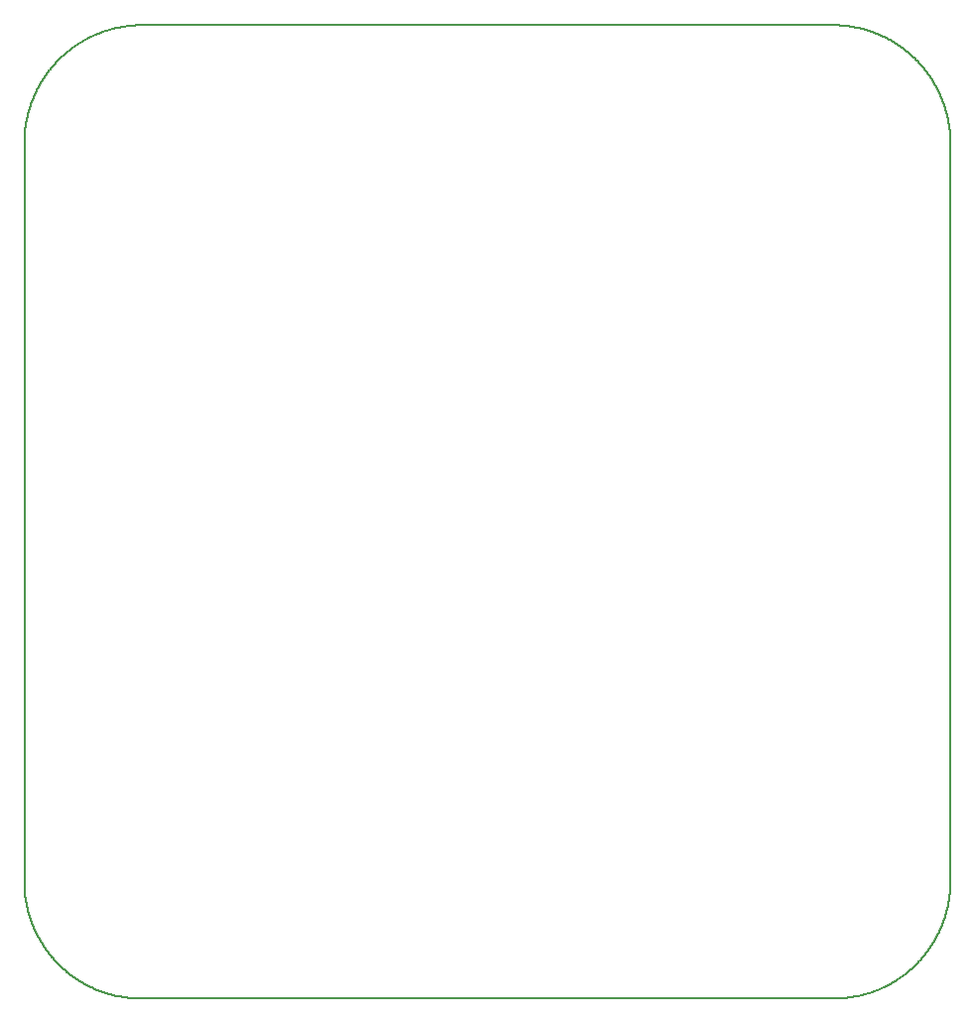
<source format=gm1>
G04 MADE WITH FRITZING*
G04 WWW.FRITZING.ORG*
G04 DOUBLE SIDED*
G04 HOLES PLATED*
G04 CONTOUR ON CENTER OF CONTOUR VECTOR*
%ASAXBY*%
%FSLAX23Y23*%
%MOIN*%
%OFA0B0*%
%SFA1.0B1.0*%
%ADD10C,0.008*%
%LNCONTOUR*%
G90*
G70*
G54D10*
X372Y3268D02*
X373Y3268D01*
X374Y3268D01*
X375Y3268D01*
X376Y3268D01*
X377Y3268D01*
X378Y3268D01*
X379Y3268D01*
X380Y3268D01*
X381Y3268D01*
X382Y3268D01*
X383Y3268D01*
X384Y3268D01*
X385Y3268D01*
X386Y3268D01*
X387Y3268D01*
X388Y3268D01*
X389Y3268D01*
X390Y3268D01*
X391Y3268D01*
X392Y3268D01*
X393Y3268D01*
X394Y3268D01*
X395Y3268D01*
X396Y3268D01*
X397Y3268D01*
X398Y3268D01*
X399Y3268D01*
X400Y3268D01*
X401Y3268D01*
X402Y3268D01*
X403Y3268D01*
X404Y3268D01*
X405Y3268D01*
X406Y3268D01*
X407Y3268D01*
X408Y3268D01*
X409Y3268D01*
X410Y3268D01*
X411Y3268D01*
X412Y3268D01*
X413Y3268D01*
X414Y3268D01*
X415Y3268D01*
X416Y3268D01*
X417Y3268D01*
X418Y3268D01*
X419Y3268D01*
X420Y3268D01*
X421Y3268D01*
X422Y3268D01*
X423Y3268D01*
X424Y3268D01*
X425Y3268D01*
X426Y3268D01*
X427Y3268D01*
X428Y3268D01*
X429Y3268D01*
X430Y3268D01*
X431Y3268D01*
X432Y3268D01*
X433Y3268D01*
X434Y3268D01*
X435Y3268D01*
X436Y3268D01*
X437Y3268D01*
X438Y3268D01*
X439Y3268D01*
X440Y3268D01*
X441Y3268D01*
X442Y3268D01*
X443Y3268D01*
X444Y3268D01*
X445Y3268D01*
X446Y3268D01*
X447Y3268D01*
X448Y3268D01*
X449Y3268D01*
X450Y3268D01*
X451Y3268D01*
X452Y3268D01*
X453Y3268D01*
X454Y3268D01*
X455Y3268D01*
X456Y3268D01*
X457Y3268D01*
X458Y3268D01*
X459Y3268D01*
X460Y3268D01*
X461Y3268D01*
X462Y3268D01*
X463Y3268D01*
X464Y3268D01*
X465Y3268D01*
X466Y3268D01*
X467Y3268D01*
X468Y3268D01*
X469Y3268D01*
X470Y3268D01*
X471Y3268D01*
X472Y3268D01*
X473Y3268D01*
X474Y3268D01*
X475Y3268D01*
X476Y3268D01*
X477Y3268D01*
X478Y3268D01*
X479Y3268D01*
X480Y3268D01*
X481Y3268D01*
X482Y3268D01*
X483Y3268D01*
X484Y3268D01*
X485Y3268D01*
X486Y3268D01*
X487Y3268D01*
X488Y3268D01*
X489Y3268D01*
X490Y3268D01*
X491Y3268D01*
X492Y3268D01*
X493Y3268D01*
X494Y3268D01*
X495Y3268D01*
X496Y3268D01*
X497Y3268D01*
X498Y3268D01*
X499Y3268D01*
X500Y3268D01*
X501Y3268D01*
X502Y3268D01*
X503Y3268D01*
X504Y3268D01*
X505Y3268D01*
X506Y3268D01*
X507Y3268D01*
X508Y3268D01*
X509Y3268D01*
X510Y3268D01*
X511Y3268D01*
X512Y3268D01*
X513Y3268D01*
X514Y3268D01*
X515Y3268D01*
X516Y3268D01*
X517Y3268D01*
X518Y3268D01*
X519Y3268D01*
X520Y3268D01*
X521Y3268D01*
X522Y3268D01*
X523Y3268D01*
X524Y3268D01*
X525Y3268D01*
X526Y3268D01*
X527Y3268D01*
X528Y3268D01*
X529Y3268D01*
X530Y3268D01*
X531Y3268D01*
X532Y3268D01*
X533Y3268D01*
X534Y3268D01*
X535Y3268D01*
X536Y3268D01*
X537Y3268D01*
X538Y3268D01*
X539Y3268D01*
X540Y3268D01*
X541Y3268D01*
X542Y3268D01*
X543Y3268D01*
X544Y3268D01*
X545Y3268D01*
X546Y3268D01*
X547Y3268D01*
X548Y3268D01*
X549Y3268D01*
X550Y3268D01*
X551Y3268D01*
X552Y3268D01*
X553Y3268D01*
X554Y3268D01*
X555Y3268D01*
X556Y3268D01*
X557Y3268D01*
X558Y3268D01*
X559Y3268D01*
X560Y3268D01*
X561Y3268D01*
X562Y3268D01*
X563Y3268D01*
X564Y3268D01*
X565Y3268D01*
X566Y3268D01*
X567Y3268D01*
X568Y3268D01*
X569Y3268D01*
X570Y3268D01*
X571Y3268D01*
X572Y3268D01*
X573Y3268D01*
X574Y3268D01*
X575Y3268D01*
X576Y3268D01*
X577Y3268D01*
X578Y3268D01*
X579Y3268D01*
X580Y3268D01*
X581Y3268D01*
X582Y3268D01*
X583Y3268D01*
X584Y3268D01*
X585Y3268D01*
X586Y3268D01*
X587Y3268D01*
X588Y3268D01*
X589Y3268D01*
X590Y3268D01*
X591Y3268D01*
X592Y3268D01*
X593Y3268D01*
X594Y3268D01*
X595Y3268D01*
X596Y3268D01*
X597Y3268D01*
X598Y3268D01*
X599Y3268D01*
X600Y3268D01*
X601Y3268D01*
X602Y3268D01*
X603Y3268D01*
X604Y3268D01*
X605Y3268D01*
X606Y3268D01*
X607Y3268D01*
X608Y3268D01*
X609Y3268D01*
X610Y3268D01*
X611Y3268D01*
X612Y3268D01*
X613Y3268D01*
X614Y3268D01*
X615Y3268D01*
X616Y3268D01*
X617Y3268D01*
X618Y3268D01*
X619Y3268D01*
X620Y3268D01*
X621Y3268D01*
X622Y3268D01*
X623Y3268D01*
X624Y3268D01*
X625Y3268D01*
X626Y3268D01*
X627Y3268D01*
X628Y3268D01*
X629Y3268D01*
X630Y3268D01*
X631Y3268D01*
X632Y3268D01*
X633Y3268D01*
X634Y3268D01*
X635Y3268D01*
X636Y3268D01*
X637Y3268D01*
X638Y3268D01*
X639Y3268D01*
X640Y3268D01*
X641Y3268D01*
X642Y3268D01*
X643Y3268D01*
X644Y3268D01*
X645Y3268D01*
X646Y3268D01*
X647Y3268D01*
X648Y3268D01*
X649Y3268D01*
X650Y3268D01*
X651Y3268D01*
X652Y3268D01*
X653Y3268D01*
X654Y3268D01*
X655Y3268D01*
X656Y3268D01*
X657Y3268D01*
X658Y3268D01*
X659Y3268D01*
X660Y3268D01*
X661Y3268D01*
X662Y3268D01*
X663Y3268D01*
X664Y3268D01*
X665Y3268D01*
X666Y3268D01*
X667Y3268D01*
X668Y3268D01*
X669Y3268D01*
X670Y3268D01*
X671Y3268D01*
X672Y3268D01*
X673Y3268D01*
X674Y3268D01*
X675Y3268D01*
X676Y3268D01*
X677Y3268D01*
X678Y3268D01*
X679Y3268D01*
X680Y3268D01*
X681Y3268D01*
X682Y3268D01*
X683Y3268D01*
X684Y3268D01*
X685Y3268D01*
X686Y3268D01*
X687Y3268D01*
X688Y3268D01*
X689Y3268D01*
X690Y3268D01*
X691Y3268D01*
X692Y3268D01*
X693Y3268D01*
X694Y3268D01*
X695Y3268D01*
X696Y3268D01*
X697Y3268D01*
X698Y3268D01*
X699Y3268D01*
X700Y3268D01*
X701Y3268D01*
X702Y3268D01*
X703Y3268D01*
X704Y3268D01*
X705Y3268D01*
X706Y3268D01*
X707Y3268D01*
X708Y3268D01*
X709Y3268D01*
X710Y3268D01*
X711Y3268D01*
X712Y3268D01*
X713Y3268D01*
X714Y3268D01*
X715Y3268D01*
X716Y3268D01*
X717Y3268D01*
X718Y3268D01*
X719Y3268D01*
X720Y3268D01*
X721Y3268D01*
X722Y3268D01*
X723Y3268D01*
X724Y3268D01*
X725Y3268D01*
X726Y3268D01*
X727Y3268D01*
X728Y3268D01*
X729Y3268D01*
X730Y3268D01*
X731Y3268D01*
X732Y3268D01*
X733Y3268D01*
X734Y3268D01*
X735Y3268D01*
X736Y3268D01*
X737Y3268D01*
X738Y3268D01*
X739Y3268D01*
X740Y3268D01*
X741Y3268D01*
X742Y3268D01*
X743Y3268D01*
X744Y3268D01*
X745Y3268D01*
X746Y3268D01*
X747Y3268D01*
X748Y3268D01*
X749Y3268D01*
X750Y3268D01*
X751Y3268D01*
X752Y3268D01*
X753Y3268D01*
X754Y3268D01*
X755Y3268D01*
X756Y3268D01*
X757Y3268D01*
X758Y3268D01*
X759Y3268D01*
X760Y3268D01*
X761Y3268D01*
X762Y3268D01*
X763Y3268D01*
X764Y3268D01*
X765Y3268D01*
X766Y3268D01*
X767Y3268D01*
X768Y3268D01*
X769Y3268D01*
X770Y3268D01*
X771Y3268D01*
X772Y3268D01*
X773Y3268D01*
X774Y3268D01*
X775Y3268D01*
X776Y3268D01*
X777Y3268D01*
X778Y3268D01*
X779Y3268D01*
X780Y3268D01*
X781Y3268D01*
X782Y3268D01*
X783Y3268D01*
X784Y3268D01*
X785Y3268D01*
X786Y3268D01*
X787Y3268D01*
X788Y3268D01*
X789Y3268D01*
X790Y3268D01*
X791Y3268D01*
X792Y3268D01*
X793Y3268D01*
X794Y3268D01*
X795Y3268D01*
X796Y3268D01*
X797Y3268D01*
X798Y3268D01*
X799Y3268D01*
X800Y3268D01*
X801Y3268D01*
X802Y3268D01*
X803Y3268D01*
X804Y3268D01*
X805Y3268D01*
X806Y3268D01*
X807Y3268D01*
X808Y3268D01*
X809Y3268D01*
X810Y3268D01*
X811Y3268D01*
X812Y3268D01*
X813Y3268D01*
X814Y3268D01*
X815Y3268D01*
X816Y3268D01*
X817Y3268D01*
X818Y3268D01*
X819Y3268D01*
X820Y3268D01*
X821Y3268D01*
X822Y3268D01*
X823Y3268D01*
X824Y3268D01*
X825Y3268D01*
X826Y3268D01*
X827Y3268D01*
X828Y3268D01*
X829Y3268D01*
X830Y3268D01*
X831Y3268D01*
X832Y3268D01*
X833Y3268D01*
X834Y3268D01*
X835Y3268D01*
X836Y3268D01*
X837Y3268D01*
X838Y3268D01*
X839Y3268D01*
X840Y3268D01*
X841Y3268D01*
X842Y3268D01*
X843Y3268D01*
X844Y3268D01*
X845Y3268D01*
X846Y3268D01*
X847Y3268D01*
X848Y3268D01*
X849Y3268D01*
X850Y3268D01*
X851Y3268D01*
X852Y3268D01*
X853Y3268D01*
X854Y3268D01*
X855Y3268D01*
X856Y3268D01*
X857Y3268D01*
X858Y3268D01*
X859Y3268D01*
X860Y3268D01*
X861Y3268D01*
X862Y3268D01*
X863Y3268D01*
X864Y3268D01*
X865Y3268D01*
X866Y3268D01*
X867Y3268D01*
X868Y3268D01*
X869Y3268D01*
X870Y3268D01*
X871Y3268D01*
X872Y3268D01*
X873Y3268D01*
X874Y3268D01*
X875Y3268D01*
X876Y3268D01*
X877Y3268D01*
X878Y3268D01*
X879Y3268D01*
X880Y3268D01*
X881Y3268D01*
X882Y3268D01*
X883Y3268D01*
X884Y3268D01*
X885Y3268D01*
X886Y3268D01*
X887Y3268D01*
X888Y3268D01*
X889Y3268D01*
X890Y3268D01*
X891Y3268D01*
X892Y3268D01*
X893Y3268D01*
X894Y3268D01*
X895Y3268D01*
X896Y3268D01*
X897Y3268D01*
X898Y3268D01*
X899Y3268D01*
X900Y3268D01*
X901Y3268D01*
X902Y3268D01*
X903Y3268D01*
X904Y3268D01*
X905Y3268D01*
X906Y3268D01*
X907Y3268D01*
X908Y3268D01*
X909Y3268D01*
X910Y3268D01*
X911Y3268D01*
X912Y3268D01*
X913Y3268D01*
X914Y3268D01*
X915Y3268D01*
X916Y3268D01*
X917Y3268D01*
X918Y3268D01*
X919Y3268D01*
X920Y3268D01*
X921Y3268D01*
X922Y3268D01*
X923Y3268D01*
X924Y3268D01*
X925Y3268D01*
X926Y3268D01*
X927Y3268D01*
X928Y3268D01*
X929Y3268D01*
X930Y3268D01*
X931Y3268D01*
X932Y3268D01*
X933Y3268D01*
X934Y3268D01*
X935Y3268D01*
X936Y3268D01*
X937Y3268D01*
X938Y3268D01*
X939Y3268D01*
X940Y3268D01*
X941Y3268D01*
X942Y3268D01*
X943Y3268D01*
X944Y3268D01*
X945Y3268D01*
X946Y3268D01*
X947Y3268D01*
X948Y3268D01*
X949Y3268D01*
X950Y3268D01*
X951Y3268D01*
X952Y3268D01*
X953Y3268D01*
X954Y3268D01*
X955Y3268D01*
X956Y3268D01*
X957Y3268D01*
X958Y3268D01*
X959Y3268D01*
X960Y3268D01*
X961Y3268D01*
X962Y3268D01*
X963Y3268D01*
X964Y3268D01*
X965Y3268D01*
X966Y3268D01*
X967Y3268D01*
X968Y3268D01*
X969Y3268D01*
X970Y3268D01*
X971Y3268D01*
X972Y3268D01*
X973Y3268D01*
X974Y3268D01*
X975Y3268D01*
X976Y3268D01*
X977Y3268D01*
X978Y3268D01*
X979Y3268D01*
X980Y3268D01*
X981Y3268D01*
X982Y3268D01*
X983Y3268D01*
X984Y3268D01*
X985Y3268D01*
X986Y3268D01*
X987Y3268D01*
X988Y3268D01*
X989Y3268D01*
X990Y3268D01*
X991Y3268D01*
X992Y3268D01*
X993Y3268D01*
X994Y3268D01*
X995Y3268D01*
X996Y3268D01*
X997Y3268D01*
X998Y3268D01*
X999Y3268D01*
X1000Y3268D01*
X1001Y3268D01*
X1002Y3268D01*
X1003Y3268D01*
X1004Y3268D01*
X1005Y3268D01*
X1006Y3268D01*
X1007Y3268D01*
X1008Y3268D01*
X1009Y3268D01*
X1010Y3268D01*
X1011Y3268D01*
X1012Y3268D01*
X1013Y3268D01*
X1014Y3268D01*
X1015Y3268D01*
X1016Y3268D01*
X1017Y3268D01*
X1018Y3268D01*
X1019Y3268D01*
X1020Y3268D01*
X1021Y3268D01*
X1022Y3268D01*
X1023Y3268D01*
X1024Y3268D01*
X1025Y3268D01*
X1026Y3268D01*
X1027Y3268D01*
X1028Y3268D01*
X1029Y3268D01*
X1030Y3268D01*
X1031Y3268D01*
X1032Y3268D01*
X1033Y3268D01*
X1034Y3268D01*
X1035Y3268D01*
X1036Y3268D01*
X1037Y3268D01*
X1038Y3268D01*
X1039Y3268D01*
X1040Y3268D01*
X1041Y3268D01*
X1042Y3268D01*
X1043Y3268D01*
X1044Y3268D01*
X1045Y3268D01*
X1046Y3268D01*
X1047Y3268D01*
X1048Y3268D01*
X1049Y3268D01*
X1050Y3268D01*
X1051Y3268D01*
X1052Y3268D01*
X1053Y3268D01*
X1054Y3268D01*
X1055Y3268D01*
X1056Y3268D01*
X1057Y3268D01*
X1058Y3268D01*
X1059Y3268D01*
X1060Y3268D01*
X1061Y3268D01*
X1062Y3268D01*
X1063Y3268D01*
X1064Y3268D01*
X1065Y3268D01*
X1066Y3268D01*
X1067Y3268D01*
X1068Y3268D01*
X1069Y3268D01*
X1070Y3268D01*
X1071Y3268D01*
X1072Y3268D01*
X1073Y3268D01*
X1074Y3268D01*
X1075Y3268D01*
X1076Y3268D01*
X1077Y3268D01*
X1078Y3268D01*
X1079Y3268D01*
X1080Y3268D01*
X1081Y3268D01*
X1082Y3268D01*
X1083Y3268D01*
X1084Y3268D01*
X1085Y3268D01*
X1086Y3268D01*
X1087Y3268D01*
X1088Y3268D01*
X1089Y3268D01*
X1090Y3268D01*
X1091Y3268D01*
X1092Y3268D01*
X1093Y3268D01*
X1094Y3268D01*
X1095Y3268D01*
X1096Y3268D01*
X1097Y3268D01*
X1098Y3268D01*
X1099Y3268D01*
X1100Y3268D01*
X1101Y3268D01*
X1102Y3268D01*
X1103Y3268D01*
X1104Y3268D01*
X1105Y3268D01*
X1106Y3268D01*
X1107Y3268D01*
X1108Y3268D01*
X1109Y3268D01*
X1110Y3268D01*
X1111Y3268D01*
X1112Y3268D01*
X1113Y3268D01*
X1114Y3268D01*
X1115Y3268D01*
X1116Y3268D01*
X1117Y3268D01*
X1118Y3268D01*
X1119Y3268D01*
X1120Y3268D01*
X1121Y3268D01*
X1122Y3268D01*
X1123Y3268D01*
X1124Y3268D01*
X1125Y3268D01*
X1126Y3268D01*
X1127Y3268D01*
X1128Y3268D01*
X1129Y3268D01*
X1130Y3268D01*
X1131Y3268D01*
X1132Y3268D01*
X1133Y3268D01*
X1134Y3268D01*
X1135Y3268D01*
X1136Y3268D01*
X1137Y3268D01*
X1138Y3268D01*
X1139Y3268D01*
X1140Y3268D01*
X1141Y3268D01*
X1142Y3268D01*
X1143Y3268D01*
X1144Y3268D01*
X1145Y3268D01*
X1146Y3268D01*
X1147Y3268D01*
X1148Y3268D01*
X1149Y3268D01*
X1150Y3268D01*
X1151Y3268D01*
X1152Y3268D01*
X1153Y3268D01*
X1154Y3268D01*
X1155Y3268D01*
X1156Y3268D01*
X1157Y3268D01*
X1158Y3268D01*
X1159Y3268D01*
X1160Y3268D01*
X1161Y3268D01*
X1162Y3268D01*
X1163Y3268D01*
X1164Y3268D01*
X1165Y3268D01*
X1166Y3268D01*
X1167Y3268D01*
X1168Y3268D01*
X1169Y3268D01*
X1170Y3268D01*
X1171Y3268D01*
X1172Y3268D01*
X1173Y3268D01*
X1174Y3268D01*
X1175Y3268D01*
X1176Y3268D01*
X1177Y3268D01*
X1178Y3268D01*
X1179Y3268D01*
X1180Y3268D01*
X1181Y3268D01*
X1182Y3268D01*
X1183Y3268D01*
X1184Y3268D01*
X1185Y3268D01*
X1186Y3268D01*
X1187Y3268D01*
X1188Y3268D01*
X1189Y3268D01*
X1190Y3268D01*
X1191Y3268D01*
X1192Y3268D01*
X1193Y3268D01*
X1194Y3268D01*
X1195Y3268D01*
X1196Y3268D01*
X1197Y3268D01*
X1198Y3268D01*
X1199Y3268D01*
X1200Y3268D01*
X1201Y3268D01*
X1202Y3268D01*
X1203Y3268D01*
X1204Y3268D01*
X1205Y3268D01*
X1206Y3268D01*
X1207Y3268D01*
X1208Y3268D01*
X1209Y3268D01*
X1210Y3268D01*
X1211Y3268D01*
X1212Y3268D01*
X1213Y3268D01*
X1214Y3268D01*
X1215Y3268D01*
X1216Y3268D01*
X1217Y3268D01*
X1218Y3268D01*
X1219Y3268D01*
X1220Y3268D01*
X1221Y3268D01*
X1222Y3268D01*
X1223Y3268D01*
X1224Y3268D01*
X1225Y3268D01*
X1226Y3268D01*
X1227Y3268D01*
X1228Y3268D01*
X1229Y3268D01*
X1230Y3268D01*
X1231Y3268D01*
X1232Y3268D01*
X1233Y3268D01*
X1234Y3268D01*
X1235Y3268D01*
X1236Y3268D01*
X1237Y3268D01*
X1238Y3268D01*
X1239Y3268D01*
X1240Y3268D01*
X1241Y3268D01*
X1242Y3268D01*
X1243Y3268D01*
X1244Y3268D01*
X1245Y3268D01*
X1246Y3268D01*
X1247Y3268D01*
X1248Y3268D01*
X1249Y3268D01*
X1250Y3268D01*
X1251Y3268D01*
X1252Y3268D01*
X1253Y3268D01*
X1254Y3268D01*
X1255Y3268D01*
X1256Y3268D01*
X1257Y3268D01*
X1258Y3268D01*
X1259Y3268D01*
X1260Y3268D01*
X1261Y3268D01*
X1262Y3268D01*
X1263Y3268D01*
X1264Y3268D01*
X1265Y3268D01*
X1266Y3268D01*
X1267Y3268D01*
X1268Y3268D01*
X1269Y3268D01*
X1270Y3268D01*
X1271Y3268D01*
X1272Y3268D01*
X1273Y3268D01*
X1274Y3268D01*
X1275Y3268D01*
X1276Y3268D01*
X1277Y3268D01*
X1278Y3268D01*
X1279Y3268D01*
X1280Y3268D01*
X1281Y3268D01*
X1282Y3268D01*
X1283Y3268D01*
X1284Y3268D01*
X1285Y3268D01*
X1286Y3268D01*
X1287Y3268D01*
X1288Y3268D01*
X1289Y3268D01*
X1290Y3268D01*
X1291Y3268D01*
X1292Y3268D01*
X1293Y3268D01*
X1294Y3268D01*
X1295Y3268D01*
X1296Y3268D01*
X1297Y3268D01*
X1298Y3268D01*
X1299Y3268D01*
X1300Y3268D01*
X1301Y3268D01*
X1302Y3268D01*
X1303Y3268D01*
X1304Y3268D01*
X1305Y3268D01*
X1306Y3268D01*
X1307Y3268D01*
X1308Y3268D01*
X1309Y3268D01*
X1310Y3268D01*
X1311Y3268D01*
X1312Y3268D01*
X1313Y3268D01*
X1314Y3268D01*
X1315Y3268D01*
X1316Y3268D01*
X1317Y3268D01*
X1318Y3268D01*
X1319Y3268D01*
X1320Y3268D01*
X1321Y3268D01*
X1322Y3268D01*
X1323Y3268D01*
X1324Y3268D01*
X1325Y3268D01*
X1326Y3268D01*
X1327Y3268D01*
X1328Y3268D01*
X1329Y3268D01*
X1330Y3268D01*
X1331Y3268D01*
X1332Y3268D01*
X1333Y3268D01*
X1334Y3268D01*
X1335Y3268D01*
X1336Y3268D01*
X1337Y3268D01*
X1338Y3268D01*
X1339Y3268D01*
X1340Y3268D01*
X1341Y3268D01*
X1342Y3268D01*
X1343Y3268D01*
X1344Y3268D01*
X1345Y3268D01*
X1346Y3268D01*
X1347Y3268D01*
X1348Y3268D01*
X1349Y3268D01*
X1350Y3268D01*
X1351Y3268D01*
X1352Y3268D01*
X1353Y3268D01*
X1354Y3268D01*
X1355Y3268D01*
X1356Y3268D01*
X1357Y3268D01*
X1358Y3268D01*
X1359Y3268D01*
X1360Y3268D01*
X1361Y3268D01*
X1362Y3268D01*
X1363Y3268D01*
X1364Y3268D01*
X1365Y3268D01*
X1366Y3268D01*
X1367Y3268D01*
X1368Y3268D01*
X1369Y3268D01*
X1370Y3268D01*
X1371Y3268D01*
X1372Y3268D01*
X1373Y3268D01*
X1374Y3268D01*
X1375Y3268D01*
X1376Y3268D01*
X1377Y3268D01*
X1378Y3268D01*
X1379Y3268D01*
X1380Y3268D01*
X1381Y3268D01*
X1382Y3268D01*
X1383Y3268D01*
X1384Y3268D01*
X1385Y3268D01*
X1386Y3268D01*
X1387Y3268D01*
X1388Y3268D01*
X1389Y3268D01*
X1390Y3268D01*
X1391Y3268D01*
X1392Y3268D01*
X1393Y3268D01*
X1394Y3268D01*
X1395Y3268D01*
X1396Y3268D01*
X1397Y3268D01*
X1398Y3268D01*
X1399Y3268D01*
X1400Y3268D01*
X1401Y3268D01*
X1402Y3268D01*
X1403Y3268D01*
X1404Y3268D01*
X1405Y3268D01*
X1406Y3268D01*
X1407Y3268D01*
X1408Y3268D01*
X1409Y3268D01*
X1410Y3268D01*
X1411Y3268D01*
X1412Y3268D01*
X1413Y3268D01*
X1414Y3268D01*
X1415Y3268D01*
X1416Y3268D01*
X1417Y3268D01*
X1418Y3268D01*
X1419Y3268D01*
X1420Y3268D01*
X1421Y3268D01*
X1422Y3268D01*
X1423Y3268D01*
X1424Y3268D01*
X1425Y3268D01*
X1426Y3268D01*
X1427Y3268D01*
X1428Y3268D01*
X1429Y3268D01*
X1430Y3268D01*
X1431Y3268D01*
X1432Y3268D01*
X1433Y3268D01*
X1434Y3268D01*
X1435Y3268D01*
X1436Y3268D01*
X1437Y3268D01*
X1438Y3268D01*
X1439Y3268D01*
X1440Y3268D01*
X1441Y3268D01*
X1442Y3268D01*
X1443Y3268D01*
X1444Y3268D01*
X1445Y3268D01*
X1446Y3268D01*
X1447Y3268D01*
X1448Y3268D01*
X1449Y3268D01*
X1450Y3268D01*
X1451Y3268D01*
X1452Y3268D01*
X1453Y3268D01*
X1454Y3268D01*
X1455Y3268D01*
X1456Y3268D01*
X1457Y3268D01*
X1458Y3268D01*
X1459Y3268D01*
X1460Y3268D01*
X1461Y3268D01*
X1462Y3268D01*
X1463Y3268D01*
X1464Y3268D01*
X1465Y3268D01*
X1466Y3268D01*
X1467Y3268D01*
X1468Y3268D01*
X1469Y3268D01*
X1470Y3268D01*
X1471Y3268D01*
X1472Y3268D01*
X1473Y3268D01*
X1474Y3268D01*
X1475Y3268D01*
X1476Y3268D01*
X1477Y3268D01*
X1478Y3268D01*
X1479Y3268D01*
X1480Y3268D01*
X1481Y3268D01*
X1482Y3268D01*
X1483Y3268D01*
X1484Y3268D01*
X1485Y3268D01*
X1486Y3268D01*
X1487Y3268D01*
X1488Y3268D01*
X1489Y3268D01*
X1490Y3268D01*
X1491Y3268D01*
X1492Y3268D01*
X1493Y3268D01*
X1494Y3268D01*
X1495Y3268D01*
X1496Y3268D01*
X1497Y3268D01*
X1498Y3268D01*
X1499Y3268D01*
X1500Y3268D01*
X1501Y3268D01*
X1502Y3268D01*
X1503Y3268D01*
X1504Y3268D01*
X1505Y3268D01*
X1506Y3268D01*
X1507Y3268D01*
X1508Y3268D01*
X1509Y3268D01*
X1510Y3268D01*
X1511Y3268D01*
X1512Y3268D01*
X1513Y3268D01*
X1514Y3268D01*
X1515Y3268D01*
X1516Y3268D01*
X1517Y3268D01*
X1518Y3268D01*
X1519Y3268D01*
X1520Y3268D01*
X1521Y3268D01*
X1522Y3268D01*
X1523Y3268D01*
X1524Y3268D01*
X1525Y3268D01*
X1526Y3268D01*
X1527Y3268D01*
X1528Y3268D01*
X1529Y3268D01*
X1530Y3268D01*
X1531Y3268D01*
X1532Y3268D01*
X1533Y3268D01*
X1534Y3268D01*
X1535Y3268D01*
X1536Y3268D01*
X1537Y3268D01*
X1538Y3268D01*
X1539Y3268D01*
X1540Y3268D01*
X1541Y3268D01*
X1542Y3268D01*
X1543Y3268D01*
X1544Y3268D01*
X1545Y3268D01*
X1546Y3268D01*
X1547Y3268D01*
X1548Y3268D01*
X1549Y3268D01*
X1550Y3268D01*
X1551Y3268D01*
X1552Y3268D01*
X1553Y3268D01*
X1554Y3268D01*
X1555Y3268D01*
X1556Y3268D01*
X1557Y3268D01*
X1558Y3268D01*
X1559Y3268D01*
X1560Y3268D01*
X1561Y3268D01*
X1562Y3268D01*
X1563Y3268D01*
X1564Y3268D01*
X1565Y3268D01*
X1566Y3268D01*
X1567Y3268D01*
X1568Y3268D01*
X1569Y3268D01*
X1570Y3268D01*
X1571Y3268D01*
X1572Y3268D01*
X1573Y3268D01*
X1574Y3268D01*
X1575Y3268D01*
X1576Y3268D01*
X1577Y3268D01*
X1578Y3268D01*
X1579Y3268D01*
X1580Y3268D01*
X1581Y3268D01*
X1582Y3268D01*
X1583Y3268D01*
X1584Y3268D01*
X1585Y3268D01*
X1586Y3268D01*
X1587Y3268D01*
X1588Y3268D01*
X1589Y3268D01*
X1590Y3268D01*
X1591Y3268D01*
X1592Y3268D01*
X1593Y3268D01*
X1594Y3268D01*
X1595Y3268D01*
X1596Y3268D01*
X1597Y3268D01*
X1598Y3268D01*
X1599Y3268D01*
X1600Y3268D01*
X1601Y3268D01*
X1602Y3268D01*
X1603Y3268D01*
X1604Y3268D01*
X1605Y3268D01*
X1606Y3268D01*
X1607Y3268D01*
X1608Y3268D01*
X1609Y3268D01*
X1610Y3268D01*
X1611Y3268D01*
X1612Y3268D01*
X1613Y3268D01*
X1614Y3268D01*
X1615Y3268D01*
X1616Y3268D01*
X1617Y3268D01*
X1618Y3268D01*
X1619Y3268D01*
X1620Y3268D01*
X1621Y3268D01*
X1622Y3268D01*
X1623Y3268D01*
X1624Y3268D01*
X1625Y3268D01*
X1626Y3268D01*
X1627Y3268D01*
X1628Y3268D01*
X1629Y3268D01*
X1630Y3268D01*
X1631Y3268D01*
X1632Y3268D01*
X1633Y3268D01*
X1634Y3268D01*
X1635Y3268D01*
X1636Y3268D01*
X1637Y3268D01*
X1638Y3268D01*
X1639Y3268D01*
X1640Y3268D01*
X1641Y3268D01*
X1642Y3268D01*
X1643Y3268D01*
X1644Y3268D01*
X1645Y3268D01*
X1646Y3268D01*
X1647Y3268D01*
X1648Y3268D01*
X1649Y3268D01*
X1650Y3268D01*
X1651Y3268D01*
X1652Y3268D01*
X1653Y3268D01*
X1654Y3268D01*
X1655Y3268D01*
X1656Y3268D01*
X1657Y3268D01*
X1658Y3268D01*
X1659Y3268D01*
X1660Y3268D01*
X1661Y3268D01*
X1662Y3268D01*
X1663Y3268D01*
X1664Y3268D01*
X1665Y3268D01*
X1666Y3268D01*
X1667Y3268D01*
X1668Y3268D01*
X1669Y3268D01*
X1670Y3268D01*
X1671Y3268D01*
X1672Y3268D01*
X1673Y3268D01*
X1674Y3268D01*
X1675Y3268D01*
X1676Y3268D01*
X1677Y3268D01*
X1678Y3268D01*
X1679Y3268D01*
X1680Y3268D01*
X1681Y3268D01*
X1682Y3268D01*
X1683Y3268D01*
X1684Y3268D01*
X1685Y3268D01*
X1686Y3268D01*
X1687Y3268D01*
X1688Y3268D01*
X1689Y3268D01*
X1690Y3268D01*
X1691Y3268D01*
X1692Y3268D01*
X1693Y3268D01*
X1694Y3268D01*
X1695Y3268D01*
X1696Y3268D01*
X1697Y3268D01*
X1698Y3268D01*
X1699Y3268D01*
X1700Y3268D01*
X1701Y3268D01*
X1702Y3268D01*
X1703Y3268D01*
X1704Y3268D01*
X1705Y3268D01*
X1706Y3268D01*
X1707Y3268D01*
X1708Y3268D01*
X1709Y3268D01*
X1710Y3268D01*
X1711Y3268D01*
X1712Y3268D01*
X1713Y3268D01*
X1714Y3268D01*
X1715Y3268D01*
X1716Y3268D01*
X1717Y3268D01*
X1718Y3268D01*
X1719Y3268D01*
X1720Y3268D01*
X1721Y3268D01*
X1722Y3268D01*
X1723Y3268D01*
X1724Y3268D01*
X1725Y3268D01*
X1726Y3268D01*
X1727Y3268D01*
X1728Y3268D01*
X1729Y3268D01*
X1730Y3268D01*
X1731Y3268D01*
X1732Y3268D01*
X1733Y3268D01*
X1734Y3268D01*
X1735Y3268D01*
X1736Y3268D01*
X1737Y3268D01*
X1738Y3268D01*
X1739Y3268D01*
X1740Y3268D01*
X1741Y3268D01*
X1742Y3268D01*
X1743Y3268D01*
X1744Y3268D01*
X1745Y3268D01*
X1746Y3268D01*
X1747Y3268D01*
X1748Y3268D01*
X1749Y3268D01*
X1750Y3268D01*
X1751Y3268D01*
X1752Y3268D01*
X1753Y3268D01*
X1754Y3268D01*
X1755Y3268D01*
X1756Y3268D01*
X1757Y3268D01*
X1758Y3268D01*
X1759Y3268D01*
X1760Y3268D01*
X1761Y3268D01*
X1762Y3268D01*
X1763Y3268D01*
X1764Y3268D01*
X1765Y3268D01*
X1766Y3268D01*
X1767Y3268D01*
X1768Y3268D01*
X1769Y3268D01*
X1770Y3268D01*
X1771Y3268D01*
X1772Y3268D01*
X1773Y3268D01*
X1774Y3268D01*
X1775Y3268D01*
X1776Y3268D01*
X1777Y3268D01*
X1778Y3268D01*
X1779Y3268D01*
X1780Y3268D01*
X1781Y3268D01*
X1782Y3268D01*
X1783Y3268D01*
X1784Y3268D01*
X1785Y3268D01*
X1786Y3268D01*
X1787Y3268D01*
X1788Y3268D01*
X1789Y3268D01*
X1790Y3268D01*
X1791Y3268D01*
X1792Y3268D01*
X1793Y3268D01*
X1794Y3268D01*
X1795Y3268D01*
X1796Y3268D01*
X1797Y3268D01*
X1798Y3268D01*
X1799Y3268D01*
X1800Y3268D01*
X1801Y3268D01*
X1802Y3268D01*
X1803Y3268D01*
X1804Y3268D01*
X1805Y3268D01*
X1806Y3268D01*
X1807Y3268D01*
X1808Y3268D01*
X1809Y3268D01*
X1810Y3268D01*
X1811Y3268D01*
X1812Y3268D01*
X1813Y3268D01*
X1814Y3268D01*
X1815Y3268D01*
X1816Y3268D01*
X1817Y3268D01*
X1818Y3268D01*
X1819Y3268D01*
X1820Y3268D01*
X1821Y3268D01*
X1822Y3268D01*
X1823Y3268D01*
X1824Y3268D01*
X1825Y3268D01*
X1826Y3268D01*
X1827Y3268D01*
X1828Y3268D01*
X1829Y3268D01*
X1830Y3268D01*
X1831Y3268D01*
X1832Y3268D01*
X1833Y3268D01*
X1834Y3268D01*
X1835Y3268D01*
X1836Y3268D01*
X1837Y3268D01*
X1838Y3268D01*
X1839Y3268D01*
X1840Y3268D01*
X1841Y3268D01*
X1842Y3268D01*
X1843Y3268D01*
X1844Y3268D01*
X1845Y3268D01*
X1846Y3268D01*
X1847Y3268D01*
X1848Y3268D01*
X1849Y3268D01*
X1850Y3268D01*
X1851Y3268D01*
X1852Y3268D01*
X1853Y3268D01*
X1854Y3268D01*
X1855Y3268D01*
X1856Y3268D01*
X1857Y3268D01*
X1858Y3268D01*
X1859Y3268D01*
X1860Y3268D01*
X1861Y3268D01*
X1862Y3268D01*
X1863Y3268D01*
X1864Y3268D01*
X1865Y3268D01*
X1866Y3268D01*
X1867Y3268D01*
X1868Y3268D01*
X1869Y3268D01*
X1870Y3268D01*
X1871Y3268D01*
X1872Y3268D01*
X1873Y3268D01*
X1874Y3268D01*
X1875Y3268D01*
X1876Y3268D01*
X1877Y3268D01*
X1878Y3268D01*
X1879Y3268D01*
X1880Y3268D01*
X1881Y3268D01*
X1882Y3268D01*
X1883Y3268D01*
X1884Y3268D01*
X1885Y3268D01*
X1886Y3268D01*
X1887Y3268D01*
X1888Y3268D01*
X1889Y3268D01*
X1890Y3268D01*
X1891Y3268D01*
X1892Y3268D01*
X1893Y3268D01*
X1894Y3268D01*
X1895Y3268D01*
X1896Y3268D01*
X1897Y3268D01*
X1898Y3268D01*
X1899Y3268D01*
X1900Y3268D01*
X1901Y3268D01*
X1902Y3268D01*
X1903Y3268D01*
X1904Y3268D01*
X1905Y3268D01*
X1906Y3268D01*
X1907Y3268D01*
X1908Y3268D01*
X1909Y3268D01*
X1910Y3268D01*
X1911Y3268D01*
X1912Y3268D01*
X1913Y3268D01*
X1914Y3268D01*
X1915Y3268D01*
X1916Y3268D01*
X1917Y3268D01*
X1918Y3268D01*
X1919Y3268D01*
X1920Y3268D01*
X1921Y3268D01*
X1922Y3268D01*
X1923Y3268D01*
X1924Y3268D01*
X1925Y3268D01*
X1926Y3268D01*
X1927Y3268D01*
X1928Y3268D01*
X1929Y3268D01*
X1930Y3268D01*
X1931Y3268D01*
X1932Y3268D01*
X1933Y3268D01*
X1934Y3268D01*
X1935Y3268D01*
X1936Y3268D01*
X1937Y3268D01*
X1938Y3268D01*
X1939Y3268D01*
X1940Y3268D01*
X1941Y3268D01*
X1942Y3268D01*
X1943Y3268D01*
X1944Y3268D01*
X1945Y3268D01*
X1946Y3268D01*
X1947Y3268D01*
X1948Y3268D01*
X1949Y3268D01*
X1950Y3268D01*
X1951Y3268D01*
X1952Y3268D01*
X1953Y3268D01*
X1954Y3268D01*
X1955Y3268D01*
X1956Y3268D01*
X1957Y3268D01*
X1958Y3268D01*
X1959Y3268D01*
X1960Y3268D01*
X1961Y3268D01*
X1962Y3268D01*
X1963Y3268D01*
X1964Y3268D01*
X1965Y3268D01*
X1966Y3268D01*
X1967Y3268D01*
X1968Y3268D01*
X1969Y3268D01*
X1970Y3268D01*
X1971Y3268D01*
X1972Y3268D01*
X1973Y3268D01*
X1974Y3268D01*
X1975Y3268D01*
X1976Y3268D01*
X1977Y3268D01*
X1978Y3268D01*
X1979Y3268D01*
X1980Y3268D01*
X1981Y3268D01*
X1982Y3268D01*
X1983Y3268D01*
X1984Y3268D01*
X1985Y3268D01*
X1986Y3268D01*
X1987Y3268D01*
X1988Y3268D01*
X1989Y3268D01*
X1990Y3268D01*
X1991Y3268D01*
X1992Y3268D01*
X1993Y3268D01*
X1994Y3268D01*
X1995Y3268D01*
X1996Y3268D01*
X1997Y3268D01*
X1998Y3268D01*
X1999Y3268D01*
X2000Y3268D01*
X2001Y3268D01*
X2002Y3268D01*
X2003Y3268D01*
X2004Y3268D01*
X2005Y3268D01*
X2006Y3268D01*
X2007Y3268D01*
X2008Y3268D01*
X2009Y3268D01*
X2010Y3268D01*
X2011Y3268D01*
X2012Y3268D01*
X2013Y3268D01*
X2014Y3268D01*
X2015Y3268D01*
X2016Y3268D01*
X2017Y3268D01*
X2018Y3268D01*
X2019Y3268D01*
X2020Y3268D01*
X2021Y3268D01*
X2022Y3268D01*
X2023Y3268D01*
X2024Y3268D01*
X2025Y3268D01*
X2026Y3268D01*
X2027Y3268D01*
X2028Y3268D01*
X2029Y3268D01*
X2030Y3268D01*
X2031Y3268D01*
X2032Y3268D01*
X2033Y3268D01*
X2034Y3268D01*
X2035Y3268D01*
X2036Y3268D01*
X2037Y3268D01*
X2038Y3268D01*
X2039Y3268D01*
X2040Y3268D01*
X2041Y3268D01*
X2042Y3268D01*
X2043Y3268D01*
X2044Y3268D01*
X2045Y3268D01*
X2046Y3268D01*
X2047Y3268D01*
X2048Y3268D01*
X2049Y3268D01*
X2050Y3268D01*
X2051Y3268D01*
X2052Y3268D01*
X2053Y3268D01*
X2054Y3268D01*
X2055Y3268D01*
X2056Y3268D01*
X2057Y3268D01*
X2058Y3268D01*
X2059Y3268D01*
X2060Y3268D01*
X2061Y3268D01*
X2062Y3268D01*
X2063Y3268D01*
X2064Y3268D01*
X2065Y3268D01*
X2066Y3268D01*
X2067Y3268D01*
X2068Y3268D01*
X2069Y3268D01*
X2070Y3268D01*
X2071Y3268D01*
X2072Y3268D01*
X2073Y3268D01*
X2074Y3268D01*
X2075Y3268D01*
X2076Y3268D01*
X2077Y3268D01*
X2078Y3268D01*
X2079Y3268D01*
X2080Y3268D01*
X2081Y3268D01*
X2082Y3268D01*
X2083Y3268D01*
X2084Y3268D01*
X2085Y3268D01*
X2086Y3268D01*
X2087Y3268D01*
X2088Y3268D01*
X2089Y3268D01*
X2090Y3268D01*
X2091Y3268D01*
X2092Y3268D01*
X2093Y3268D01*
X2094Y3268D01*
X2095Y3268D01*
X2096Y3268D01*
X2097Y3268D01*
X2098Y3268D01*
X2099Y3268D01*
X2100Y3268D01*
X2101Y3268D01*
X2102Y3268D01*
X2103Y3268D01*
X2104Y3268D01*
X2105Y3268D01*
X2106Y3268D01*
X2107Y3268D01*
X2108Y3268D01*
X2109Y3268D01*
X2110Y3268D01*
X2111Y3268D01*
X2112Y3268D01*
X2113Y3268D01*
X2114Y3268D01*
X2115Y3268D01*
X2116Y3268D01*
X2117Y3268D01*
X2118Y3268D01*
X2119Y3268D01*
X2120Y3268D01*
X2121Y3268D01*
X2122Y3268D01*
X2123Y3268D01*
X2124Y3268D01*
X2125Y3268D01*
X2126Y3268D01*
X2127Y3268D01*
X2128Y3268D01*
X2129Y3268D01*
X2130Y3268D01*
X2131Y3268D01*
X2132Y3268D01*
X2133Y3268D01*
X2134Y3268D01*
X2135Y3268D01*
X2136Y3268D01*
X2137Y3268D01*
X2138Y3268D01*
X2139Y3268D01*
X2140Y3268D01*
X2141Y3268D01*
X2142Y3268D01*
X2143Y3268D01*
X2144Y3268D01*
X2145Y3268D01*
X2146Y3268D01*
X2147Y3268D01*
X2148Y3268D01*
X2149Y3268D01*
X2150Y3268D01*
X2151Y3268D01*
X2152Y3268D01*
X2153Y3268D01*
X2154Y3268D01*
X2155Y3268D01*
X2156Y3268D01*
X2157Y3268D01*
X2158Y3268D01*
X2159Y3268D01*
X2160Y3268D01*
X2161Y3268D01*
X2162Y3268D01*
X2163Y3268D01*
X2164Y3268D01*
X2165Y3268D01*
X2166Y3268D01*
X2167Y3268D01*
X2168Y3268D01*
X2169Y3268D01*
X2170Y3268D01*
X2171Y3268D01*
X2172Y3268D01*
X2173Y3268D01*
X2174Y3268D01*
X2175Y3268D01*
X2176Y3268D01*
X2177Y3268D01*
X2178Y3268D01*
X2179Y3268D01*
X2180Y3268D01*
X2181Y3268D01*
X2182Y3268D01*
X2183Y3268D01*
X2184Y3268D01*
X2185Y3268D01*
X2186Y3268D01*
X2187Y3268D01*
X2188Y3268D01*
X2189Y3268D01*
X2190Y3268D01*
X2191Y3268D01*
X2192Y3268D01*
X2193Y3268D01*
X2194Y3268D01*
X2195Y3268D01*
X2196Y3268D01*
X2197Y3268D01*
X2198Y3268D01*
X2199Y3268D01*
X2200Y3268D01*
X2201Y3268D01*
X2202Y3268D01*
X2203Y3268D01*
X2204Y3268D01*
X2205Y3268D01*
X2206Y3268D01*
X2207Y3268D01*
X2208Y3268D01*
X2209Y3268D01*
X2210Y3268D01*
X2211Y3268D01*
X2212Y3268D01*
X2213Y3268D01*
X2214Y3268D01*
X2215Y3268D01*
X2216Y3268D01*
X2217Y3268D01*
X2218Y3268D01*
X2219Y3268D01*
X2220Y3268D01*
X2221Y3268D01*
X2222Y3268D01*
X2223Y3268D01*
X2224Y3268D01*
X2225Y3268D01*
X2226Y3268D01*
X2227Y3268D01*
X2228Y3268D01*
X2229Y3268D01*
X2230Y3268D01*
X2231Y3268D01*
X2232Y3268D01*
X2233Y3268D01*
X2234Y3268D01*
X2235Y3268D01*
X2236Y3268D01*
X2237Y3268D01*
X2238Y3268D01*
X2239Y3268D01*
X2240Y3268D01*
X2241Y3268D01*
X2242Y3268D01*
X2243Y3268D01*
X2244Y3268D01*
X2245Y3268D01*
X2246Y3268D01*
X2247Y3268D01*
X2248Y3268D01*
X2249Y3268D01*
X2250Y3268D01*
X2251Y3268D01*
X2252Y3268D01*
X2253Y3268D01*
X2254Y3268D01*
X2255Y3268D01*
X2256Y3268D01*
X2257Y3268D01*
X2258Y3268D01*
X2259Y3268D01*
X2260Y3268D01*
X2261Y3268D01*
X2262Y3268D01*
X2263Y3268D01*
X2264Y3268D01*
X2265Y3268D01*
X2266Y3268D01*
X2267Y3268D01*
X2268Y3268D01*
X2269Y3268D01*
X2270Y3268D01*
X2271Y3268D01*
X2272Y3268D01*
X2273Y3268D01*
X2274Y3268D01*
X2275Y3268D01*
X2276Y3268D01*
X2277Y3268D01*
X2278Y3268D01*
X2279Y3268D01*
X2280Y3268D01*
X2281Y3268D01*
X2282Y3268D01*
X2283Y3268D01*
X2284Y3268D01*
X2285Y3268D01*
X2286Y3268D01*
X2287Y3268D01*
X2288Y3268D01*
X2289Y3268D01*
X2290Y3268D01*
X2291Y3268D01*
X2292Y3268D01*
X2293Y3268D01*
X2294Y3268D01*
X2295Y3268D01*
X2296Y3268D01*
X2297Y3268D01*
X2298Y3268D01*
X2299Y3268D01*
X2300Y3268D01*
X2301Y3268D01*
X2302Y3268D01*
X2303Y3268D01*
X2304Y3268D01*
X2305Y3268D01*
X2306Y3268D01*
X2307Y3268D01*
X2308Y3268D01*
X2309Y3268D01*
X2310Y3268D01*
X2311Y3268D01*
X2312Y3268D01*
X2313Y3268D01*
X2314Y3268D01*
X2315Y3268D01*
X2316Y3268D01*
X2317Y3268D01*
X2318Y3268D01*
X2319Y3268D01*
X2320Y3268D01*
X2321Y3268D01*
X2322Y3268D01*
X2323Y3268D01*
X2324Y3268D01*
X2325Y3268D01*
X2326Y3268D01*
X2327Y3268D01*
X2328Y3268D01*
X2329Y3268D01*
X2330Y3268D01*
X2331Y3268D01*
X2332Y3268D01*
X2333Y3268D01*
X2334Y3268D01*
X2335Y3268D01*
X2336Y3268D01*
X2337Y3268D01*
X2338Y3268D01*
X2339Y3268D01*
X2340Y3268D01*
X2341Y3268D01*
X2342Y3268D01*
X2343Y3268D01*
X2344Y3268D01*
X2345Y3268D01*
X2346Y3268D01*
X2347Y3268D01*
X2348Y3268D01*
X2349Y3268D01*
X2350Y3268D01*
X2351Y3268D01*
X2352Y3268D01*
X2353Y3268D01*
X2354Y3268D01*
X2355Y3268D01*
X2356Y3268D01*
X2357Y3268D01*
X2358Y3268D01*
X2359Y3268D01*
X2360Y3268D01*
X2361Y3268D01*
X2362Y3268D01*
X2363Y3268D01*
X2364Y3268D01*
X2365Y3268D01*
X2366Y3268D01*
X2367Y3268D01*
X2368Y3268D01*
X2369Y3268D01*
X2370Y3268D01*
X2371Y3268D01*
X2372Y3268D01*
X2373Y3268D01*
X2374Y3268D01*
X2375Y3268D01*
X2376Y3268D01*
X2377Y3268D01*
X2378Y3268D01*
X2379Y3268D01*
X2380Y3268D01*
X2381Y3268D01*
X2382Y3268D01*
X2383Y3268D01*
X2384Y3268D01*
X2385Y3268D01*
X2386Y3268D01*
X2387Y3268D01*
X2388Y3268D01*
X2389Y3268D01*
X2390Y3268D01*
X2391Y3268D01*
X2392Y3268D01*
X2393Y3268D01*
X2394Y3268D01*
X2395Y3268D01*
X2396Y3268D01*
X2397Y3268D01*
X2398Y3268D01*
X2399Y3268D01*
X2400Y3268D01*
X2401Y3268D01*
X2402Y3268D01*
X2403Y3268D01*
X2404Y3268D01*
X2405Y3268D01*
X2406Y3268D01*
X2407Y3268D01*
X2408Y3268D01*
X2409Y3268D01*
X2410Y3268D01*
X2411Y3268D01*
X2412Y3268D01*
X2413Y3268D01*
X2414Y3268D01*
X2415Y3268D01*
X2416Y3268D01*
X2417Y3268D01*
X2418Y3268D01*
X2419Y3268D01*
X2420Y3268D01*
X2421Y3268D01*
X2422Y3268D01*
X2423Y3268D01*
X2424Y3268D01*
X2425Y3268D01*
X2426Y3268D01*
X2427Y3268D01*
X2428Y3268D01*
X2429Y3268D01*
X2430Y3268D01*
X2431Y3268D01*
X2432Y3268D01*
X2433Y3268D01*
X2434Y3268D01*
X2435Y3268D01*
X2436Y3268D01*
X2437Y3268D01*
X2438Y3268D01*
X2439Y3268D01*
X2440Y3268D01*
X2441Y3268D01*
X2442Y3268D01*
X2443Y3268D01*
X2444Y3268D01*
X2445Y3268D01*
X2446Y3268D01*
X2447Y3268D01*
X2448Y3268D01*
X2449Y3268D01*
X2450Y3268D01*
X2451Y3268D01*
X2452Y3268D01*
X2453Y3268D01*
X2454Y3268D01*
X2455Y3268D01*
X2456Y3268D01*
X2457Y3268D01*
X2458Y3268D01*
X2459Y3268D01*
X2460Y3268D01*
X2461Y3268D01*
X2462Y3268D01*
X2463Y3268D01*
X2464Y3268D01*
X2465Y3268D01*
X2466Y3268D01*
X2467Y3268D01*
X2468Y3268D01*
X2469Y3268D01*
X2470Y3268D01*
X2471Y3268D01*
X2472Y3268D01*
X2473Y3268D01*
X2474Y3268D01*
X2475Y3268D01*
X2476Y3268D01*
X2477Y3268D01*
X2478Y3268D01*
X2479Y3268D01*
X2480Y3268D01*
X2481Y3268D01*
X2482Y3268D01*
X2483Y3268D01*
X2484Y3268D01*
X2485Y3268D01*
X2486Y3268D01*
X2487Y3268D01*
X2488Y3268D01*
X2489Y3268D01*
X2490Y3268D01*
X2491Y3268D01*
X2492Y3268D01*
X2493Y3268D01*
X2494Y3268D01*
X2495Y3268D01*
X2496Y3268D01*
X2497Y3268D01*
X2498Y3268D01*
X2499Y3268D01*
X2500Y3268D01*
X2501Y3268D01*
X2502Y3268D01*
X2503Y3268D01*
X2504Y3268D01*
X2505Y3268D01*
X2506Y3268D01*
X2507Y3268D01*
X2508Y3268D01*
X2509Y3268D01*
X2510Y3268D01*
X2511Y3268D01*
X2512Y3268D01*
X2513Y3268D01*
X2514Y3268D01*
X2515Y3268D01*
X2516Y3268D01*
X2517Y3268D01*
X2518Y3268D01*
X2519Y3268D01*
X2520Y3268D01*
X2521Y3268D01*
X2522Y3268D01*
X2523Y3268D01*
X2524Y3268D01*
X2525Y3268D01*
X2526Y3268D01*
X2527Y3268D01*
X2528Y3268D01*
X2529Y3268D01*
X2530Y3268D01*
X2531Y3268D01*
X2532Y3268D01*
X2533Y3268D01*
X2534Y3268D01*
X2535Y3268D01*
X2536Y3268D01*
X2537Y3268D01*
X2538Y3268D01*
X2539Y3268D01*
X2540Y3268D01*
X2541Y3268D01*
X2542Y3268D01*
X2543Y3268D01*
X2544Y3268D01*
X2545Y3268D01*
X2546Y3268D01*
X2547Y3268D01*
X2548Y3268D01*
X2549Y3268D01*
X2550Y3268D01*
X2551Y3268D01*
X2552Y3268D01*
X2553Y3268D01*
X2554Y3268D01*
X2555Y3268D01*
X2556Y3268D01*
X2557Y3268D01*
X2558Y3268D01*
X2559Y3268D01*
X2560Y3268D01*
X2561Y3268D01*
X2562Y3268D01*
X2563Y3268D01*
X2564Y3268D01*
X2565Y3268D01*
X2566Y3268D01*
X2567Y3268D01*
X2568Y3268D01*
X2569Y3268D01*
X2570Y3268D01*
X2571Y3268D01*
X2572Y3268D01*
X2573Y3268D01*
X2574Y3268D01*
X2575Y3268D01*
X2576Y3268D01*
X2577Y3268D01*
X2578Y3268D01*
X2579Y3268D01*
X2580Y3268D01*
X2581Y3268D01*
X2582Y3268D01*
X2583Y3268D01*
X2584Y3268D01*
X2585Y3268D01*
X2586Y3268D01*
X2587Y3268D01*
X2588Y3268D01*
X2589Y3268D01*
X2590Y3268D01*
X2591Y3268D01*
X2592Y3268D01*
X2593Y3268D01*
X2594Y3268D01*
X2595Y3268D01*
X2596Y3268D01*
X2597Y3268D01*
X2598Y3268D01*
X2599Y3268D01*
X2600Y3268D01*
X2601Y3268D01*
X2602Y3268D01*
X2603Y3268D01*
X2604Y3268D01*
X2605Y3268D01*
X2606Y3268D01*
X2607Y3268D01*
X2608Y3268D01*
X2609Y3268D01*
X2610Y3268D01*
X2611Y3268D01*
X2612Y3268D01*
X2613Y3268D01*
X2614Y3268D01*
X2615Y3268D01*
X2616Y3268D01*
X2617Y3268D01*
X2618Y3268D01*
X2619Y3268D01*
X2620Y3268D01*
X2621Y3268D01*
X2622Y3268D01*
X2623Y3268D01*
X2624Y3268D01*
X2625Y3268D01*
X2626Y3268D01*
X2627Y3268D01*
X2628Y3268D01*
X2629Y3268D01*
X2630Y3268D01*
X2631Y3268D01*
X2632Y3268D01*
X2633Y3268D01*
X2634Y3268D01*
X2635Y3268D01*
X2636Y3268D01*
X2637Y3268D01*
X2638Y3268D01*
X2639Y3268D01*
X2640Y3268D01*
X2641Y3268D01*
X2642Y3268D01*
X2643Y3268D01*
X2644Y3268D01*
X2645Y3268D01*
X2646Y3268D01*
X2647Y3268D01*
X2648Y3268D01*
X2649Y3268D01*
X2650Y3268D01*
X2651Y3268D01*
X2652Y3268D01*
X2653Y3268D01*
X2654Y3268D01*
X2655Y3268D01*
X2656Y3268D01*
X2657Y3268D01*
X2658Y3268D01*
X2659Y3268D01*
X2660Y3268D01*
X2661Y3268D01*
X2662Y3268D01*
X2663Y3268D01*
X2664Y3268D01*
X2665Y3268D01*
X2666Y3268D01*
X2667Y3268D01*
X2668Y3268D01*
X2669Y3268D01*
X2670Y3268D01*
X2671Y3268D01*
X2672Y3268D01*
X2673Y3268D01*
X2674Y3268D01*
X2675Y3268D01*
X2676Y3268D01*
X2677Y3268D01*
X2678Y3268D01*
X2679Y3268D01*
X2680Y3268D01*
X2681Y3268D01*
X2682Y3268D01*
X2683Y3268D01*
X2684Y3268D01*
X2685Y3268D01*
X2686Y3268D01*
X2687Y3268D01*
X2688Y3268D01*
X2689Y3268D01*
X2690Y3268D01*
X2691Y3268D01*
X2692Y3268D01*
X2693Y3268D01*
X2694Y3268D01*
X2695Y3268D01*
X2696Y3268D01*
X2697Y3268D01*
X2698Y3268D01*
X2699Y3268D01*
X2700Y3268D01*
X2701Y3268D01*
X2702Y3268D01*
X2703Y3268D01*
X2704Y3268D01*
X2705Y3268D01*
X2706Y3268D01*
X2707Y3268D01*
X2708Y3268D01*
X2709Y3268D01*
X2710Y3268D01*
X2711Y3268D01*
X2712Y3268D01*
X2713Y3268D01*
X2714Y3268D01*
X2715Y3268D01*
X2716Y3268D01*
X2717Y3268D01*
X2718Y3268D01*
X2719Y3268D01*
X2720Y3268D01*
X2721Y3268D01*
X2722Y3268D01*
X2723Y3268D01*
X2724Y3268D01*
X2725Y3268D01*
X2726Y3268D01*
X2727Y3268D01*
X2728Y3268D01*
X2729Y3268D01*
X2730Y3268D01*
X2731Y3268D01*
X2732Y3268D01*
X2733Y3268D01*
X2734Y3268D01*
X2735Y3268D01*
X2736Y3268D01*
X2737Y3268D01*
X2738Y3267D01*
X2739Y3267D01*
X2740Y3267D01*
X2741Y3267D01*
X2742Y3267D01*
X2743Y3267D01*
X2744Y3267D01*
X2745Y3267D01*
X2746Y3267D01*
X2747Y3267D01*
X2748Y3267D01*
X2749Y3267D01*
X2750Y3267D01*
X2751Y3267D01*
X2752Y3266D01*
X2753Y3266D01*
X2754Y3266D01*
X2755Y3266D01*
X2756Y3266D01*
X2757Y3266D01*
X2758Y3266D01*
X2759Y3266D01*
X2760Y3266D01*
X2761Y3266D01*
X2762Y3265D01*
X2763Y3265D01*
X2764Y3265D01*
X2765Y3265D01*
X2766Y3265D01*
X2767Y3265D01*
X2768Y3265D01*
X2769Y3265D01*
X2770Y3264D01*
X2771Y3264D01*
X2772Y3264D01*
X2773Y3264D01*
X2774Y3264D01*
X2775Y3264D01*
X2776Y3264D01*
X2777Y3263D01*
X2778Y3263D01*
X2779Y3263D01*
X2780Y3263D01*
X2781Y3263D01*
X2782Y3263D01*
X2783Y3262D01*
X2784Y3262D01*
X2785Y3262D01*
X2786Y3262D01*
X2787Y3262D01*
X2788Y3262D01*
X2789Y3261D01*
X2790Y3261D01*
X2791Y3261D01*
X2792Y3261D01*
X2793Y3261D01*
X2794Y3260D01*
X2795Y3260D01*
X2796Y3260D01*
X2797Y3260D01*
X2798Y3260D01*
X2799Y3259D01*
X2800Y3259D01*
X2801Y3259D01*
X2802Y3259D01*
X2803Y3259D01*
X2804Y3258D01*
X2805Y3258D01*
X2806Y3258D01*
X2807Y3258D01*
X2808Y3257D01*
X2809Y3257D01*
X2810Y3257D01*
X2811Y3257D01*
X2812Y3256D01*
X2813Y3256D01*
X2814Y3256D01*
X2815Y3256D01*
X2816Y3255D01*
X2817Y3255D01*
X2818Y3255D01*
X2819Y3255D01*
X2820Y3254D01*
X2821Y3254D01*
X2822Y3254D01*
X2823Y3254D01*
X2824Y3253D01*
X2825Y3253D01*
X2826Y3253D01*
X2827Y3252D01*
X2828Y3252D01*
X2829Y3252D01*
X2830Y3251D01*
X2831Y3251D01*
X2832Y3251D01*
X2833Y3251D01*
X2834Y3250D01*
X2835Y3250D01*
X2836Y3250D01*
X2837Y3249D01*
X2838Y3249D01*
X2839Y3249D01*
X2840Y3248D01*
X2841Y3248D01*
X2842Y3248D01*
X2843Y3247D01*
X2844Y3247D01*
X2845Y3247D01*
X2846Y3246D01*
X2847Y3246D01*
X2848Y3246D01*
X2849Y3245D01*
X2850Y3245D01*
X2851Y3244D01*
X2852Y3244D01*
X2853Y3244D01*
X2854Y3243D01*
X2855Y3243D01*
X2856Y3243D01*
X2857Y3242D01*
X2858Y3242D01*
X2859Y3241D01*
X2860Y3241D01*
X2861Y3241D01*
X2862Y3240D01*
X2863Y3240D01*
X2864Y3239D01*
X2865Y3239D01*
X2866Y3239D01*
X2867Y3238D01*
X2868Y3238D01*
X2869Y3237D01*
X2870Y3237D01*
X2871Y3237D01*
X2872Y3236D01*
X2873Y3236D01*
X2874Y3235D01*
X2875Y3235D01*
X2876Y3234D01*
X2877Y3234D01*
X2878Y3233D01*
X2879Y3233D01*
X2880Y3232D01*
X2881Y3232D01*
X2882Y3232D01*
X2883Y3231D01*
X2884Y3231D01*
X2885Y3230D01*
X2886Y3230D01*
X2887Y3229D01*
X2888Y3229D01*
X2889Y3228D01*
X2890Y3228D01*
X2891Y3227D01*
X2892Y3227D01*
X2893Y3226D01*
X2894Y3226D01*
X2895Y3225D01*
X2896Y3225D01*
X2897Y3224D01*
X2898Y3224D01*
X2899Y3223D01*
X2900Y3223D01*
X2901Y3222D01*
X2902Y3222D01*
X2903Y3221D01*
X2904Y3220D01*
X2905Y3220D01*
X2906Y3219D01*
X2907Y3219D01*
X2908Y3218D01*
X2909Y3218D01*
X2910Y3217D01*
X2911Y3216D01*
X2912Y3216D01*
X2913Y3215D01*
X2914Y3215D01*
X2915Y3214D01*
X2916Y3214D01*
X2917Y3213D01*
X2918Y3212D01*
X2919Y3212D01*
X2920Y3211D01*
X2921Y3211D01*
X2922Y3210D01*
X2923Y3209D01*
X2924Y3209D01*
X2925Y3208D01*
X2926Y3207D01*
X2927Y3207D01*
X2928Y3206D01*
X2929Y3206D01*
X2930Y3205D01*
X2931Y3204D01*
X2932Y3204D01*
X2933Y3203D01*
X2934Y3202D01*
X2935Y3202D01*
X2936Y3201D01*
X2937Y3200D01*
X2938Y3200D01*
X2939Y3199D01*
X2940Y3198D01*
X2941Y3197D01*
X2942Y3197D01*
X2943Y3196D01*
X2944Y3195D01*
X2945Y3195D01*
X2946Y3194D01*
X2947Y3193D01*
X2948Y3192D01*
X2949Y3192D01*
X2950Y3191D01*
X2951Y3190D01*
X2952Y3190D01*
X2953Y3189D01*
X2954Y3188D01*
X2955Y3187D01*
X2956Y3186D01*
X2957Y3186D01*
X2958Y3185D01*
X2959Y3184D01*
X2960Y3183D01*
X2961Y3182D01*
X2962Y3182D01*
X2963Y3181D01*
X2964Y3180D01*
X2965Y3179D01*
X2966Y3179D01*
X2967Y3178D01*
X2968Y3177D01*
X2969Y3176D01*
X2970Y3175D01*
X2971Y3174D01*
X2972Y3173D01*
X2973Y3172D01*
X2974Y3172D01*
X2975Y3171D01*
X2976Y3170D01*
X2977Y3169D01*
X2978Y3168D01*
X2979Y3167D01*
X2980Y3166D01*
X2981Y3166D01*
X2982Y3165D01*
X2983Y3164D01*
X2984Y3163D01*
X2985Y3162D01*
X2986Y3161D01*
X2987Y3160D01*
X2988Y3159D01*
X2989Y3158D01*
X2990Y3157D01*
X2991Y3156D01*
X2992Y3155D01*
X2993Y3154D01*
X2994Y3153D01*
X2995Y3152D01*
X2996Y3151D01*
X2997Y3150D01*
X2998Y3149D01*
X2999Y3148D01*
X3000Y3147D01*
X3001Y3146D01*
X3002Y3145D01*
X3003Y3144D01*
X3003Y3143D01*
X3004Y3142D01*
X3005Y3141D01*
X3006Y3140D01*
X3007Y3139D01*
X3008Y3138D01*
X3009Y3137D01*
X3010Y3136D01*
X3011Y3135D01*
X3012Y3134D01*
X3012Y3133D01*
X3013Y3132D01*
X3014Y3131D01*
X3015Y3130D01*
X3016Y3129D01*
X3017Y3128D01*
X3018Y3127D01*
X3018Y3126D01*
X3019Y3125D01*
X3020Y3124D01*
X3021Y3123D01*
X3022Y3122D01*
X3022Y3121D01*
X3023Y3120D01*
X3024Y3119D01*
X3025Y3118D01*
X3026Y3117D01*
X3026Y3116D01*
X3027Y3115D01*
X3028Y3114D01*
X3029Y3113D01*
X3029Y3112D01*
X3030Y3111D01*
X3031Y3110D01*
X3032Y3109D01*
X3032Y3108D01*
X3033Y3107D01*
X3034Y3106D01*
X3035Y3105D01*
X3035Y3104D01*
X3036Y3103D01*
X3037Y3102D01*
X3037Y3101D01*
X3038Y3100D01*
X3039Y3099D01*
X3039Y3098D01*
X3040Y3097D01*
X3041Y3096D01*
X3042Y3095D01*
X3042Y3094D01*
X3043Y3093D01*
X3044Y3092D01*
X3044Y3091D01*
X3045Y3090D01*
X3045Y3089D01*
X3046Y3088D01*
X3047Y3087D01*
X3047Y3086D01*
X3048Y3085D01*
X3049Y3084D01*
X3049Y3083D01*
X3050Y3082D01*
X3050Y3081D01*
X3051Y3080D01*
X3052Y3079D01*
X3052Y3078D01*
X3053Y3077D01*
X3054Y3076D01*
X3054Y3075D01*
X3055Y3074D01*
X3055Y3073D01*
X3056Y3072D01*
X3056Y3071D01*
X3057Y3070D01*
X3058Y3069D01*
X3058Y3068D01*
X3059Y3067D01*
X3059Y3066D01*
X3060Y3065D01*
X3060Y3064D01*
X3061Y3063D01*
X3061Y3062D01*
X3062Y3061D01*
X3063Y3060D01*
X3063Y3059D01*
X3064Y3058D01*
X3064Y3057D01*
X3065Y3056D01*
X3065Y3055D01*
X3066Y3054D01*
X3066Y3053D01*
X3067Y3052D01*
X3067Y3051D01*
X3068Y3050D01*
X3068Y3049D01*
X3069Y3048D01*
X3069Y3047D01*
X3070Y3046D01*
X3070Y3045D01*
X3071Y3044D01*
X3071Y3043D01*
X3072Y3042D01*
X3072Y3040D01*
X3073Y3039D01*
X3073Y3038D01*
X3074Y3037D01*
X3074Y3036D01*
X3075Y3035D01*
X3075Y3034D01*
X3076Y3033D01*
X3076Y3031D01*
X3077Y3030D01*
X3077Y3029D01*
X3078Y3028D01*
X3078Y3027D01*
X3079Y3026D01*
X3079Y3024D01*
X3080Y3023D01*
X3080Y3022D01*
X3081Y3021D01*
X3081Y3019D01*
X3082Y3018D01*
X3082Y3017D01*
X3083Y3016D01*
X3083Y3014D01*
X3084Y3013D01*
X3084Y3011D01*
X3085Y3010D01*
X3085Y3009D01*
X3086Y3008D01*
X3086Y3006D01*
X3087Y3005D01*
X3087Y3003D01*
X3088Y3002D01*
X3088Y3000D01*
X3089Y2999D01*
X3089Y2997D01*
X3090Y2996D01*
X3090Y2994D01*
X3091Y2993D01*
X3091Y2991D01*
X3092Y2990D01*
X3092Y2987D01*
X3093Y2986D01*
X3093Y2984D01*
X3094Y2983D01*
X3094Y2981D01*
X3095Y2980D01*
X3095Y2977D01*
X3096Y2976D01*
X3096Y2973D01*
X3097Y2972D01*
X3097Y2969D01*
X3098Y2968D01*
X3098Y2965D01*
X3099Y2964D01*
X3099Y2960D01*
X3100Y2959D01*
X3100Y2956D01*
X3101Y2955D01*
X3101Y2951D01*
X3102Y2950D01*
X3102Y2946D01*
X3103Y2945D01*
X3103Y2940D01*
X3104Y2939D01*
X3104Y2934D01*
X3105Y2933D01*
X3105Y2927D01*
X3106Y2926D01*
X3106Y2918D01*
X3107Y2917D01*
X3107Y2908D01*
X3108Y2907D01*
X3108Y2894D01*
X3109Y2893D01*
X3109Y377D01*
X3108Y376D01*
X3108Y363D01*
X3107Y362D01*
X3107Y353D01*
X3106Y352D01*
X3106Y344D01*
X3105Y343D01*
X3105Y337D01*
X3104Y336D01*
X3104Y331D01*
X3103Y330D01*
X3103Y325D01*
X3102Y324D01*
X3102Y320D01*
X3101Y319D01*
X3101Y315D01*
X3100Y314D01*
X3100Y311D01*
X3099Y310D01*
X3099Y306D01*
X3098Y305D01*
X3098Y302D01*
X3097Y301D01*
X3097Y298D01*
X3096Y297D01*
X3096Y294D01*
X3095Y293D01*
X3095Y290D01*
X3094Y289D01*
X3094Y287D01*
X3093Y286D01*
X3093Y284D01*
X3092Y283D01*
X3092Y280D01*
X3091Y279D01*
X3091Y277D01*
X3090Y276D01*
X3090Y274D01*
X3089Y273D01*
X3089Y271D01*
X3088Y270D01*
X3088Y268D01*
X3087Y267D01*
X3087Y265D01*
X3086Y264D01*
X3086Y262D01*
X3085Y261D01*
X3085Y260D01*
X3084Y259D01*
X3084Y257D01*
X3083Y256D01*
X3083Y254D01*
X3082Y253D01*
X3082Y252D01*
X3081Y251D01*
X3081Y249D01*
X3080Y248D01*
X3080Y247D01*
X3079Y246D01*
X3079Y244D01*
X3078Y243D01*
X3078Y242D01*
X3077Y241D01*
X3077Y240D01*
X3076Y239D01*
X3076Y237D01*
X3075Y236D01*
X3075Y235D01*
X3074Y234D01*
X3074Y233D01*
X3073Y232D01*
X3073Y231D01*
X3072Y230D01*
X3072Y228D01*
X3071Y227D01*
X3071Y226D01*
X3070Y225D01*
X3070Y224D01*
X3069Y223D01*
X3069Y222D01*
X3068Y221D01*
X3068Y220D01*
X3067Y219D01*
X3067Y218D01*
X3066Y217D01*
X3066Y216D01*
X3065Y215D01*
X3065Y214D01*
X3064Y213D01*
X3064Y212D01*
X3063Y211D01*
X3063Y210D01*
X3062Y209D01*
X3061Y208D01*
X3061Y207D01*
X3060Y206D01*
X3060Y205D01*
X3059Y204D01*
X3059Y203D01*
X3058Y202D01*
X3058Y201D01*
X3057Y200D01*
X3056Y199D01*
X3056Y198D01*
X3055Y197D01*
X3055Y196D01*
X3054Y195D01*
X3054Y194D01*
X3053Y193D01*
X3052Y192D01*
X3052Y191D01*
X3051Y190D01*
X3050Y189D01*
X3050Y188D01*
X3049Y187D01*
X3049Y186D01*
X3048Y185D01*
X3047Y184D01*
X3047Y183D01*
X3046Y182D01*
X3045Y181D01*
X3045Y180D01*
X3044Y179D01*
X3044Y178D01*
X3043Y177D01*
X3042Y176D01*
X3042Y175D01*
X3041Y174D01*
X3040Y173D01*
X3039Y172D01*
X3039Y171D01*
X3038Y170D01*
X3037Y169D01*
X3037Y168D01*
X3036Y167D01*
X3035Y166D01*
X3035Y165D01*
X3034Y164D01*
X3033Y163D01*
X3032Y162D01*
X3032Y161D01*
X3031Y160D01*
X3030Y159D01*
X3029Y158D01*
X3029Y157D01*
X3028Y156D01*
X3027Y155D01*
X3026Y154D01*
X3026Y153D01*
X3025Y152D01*
X3024Y151D01*
X3023Y150D01*
X3022Y149D01*
X3022Y148D01*
X3021Y147D01*
X3020Y146D01*
X3019Y145D01*
X3018Y144D01*
X3018Y143D01*
X3017Y142D01*
X3016Y141D01*
X3015Y140D01*
X3014Y139D01*
X3013Y138D01*
X3012Y137D01*
X3012Y136D01*
X3011Y135D01*
X3010Y134D01*
X3009Y133D01*
X3008Y132D01*
X3007Y131D01*
X3006Y130D01*
X3005Y129D01*
X3004Y128D01*
X3003Y127D01*
X3003Y126D01*
X3002Y125D01*
X3001Y124D01*
X3000Y123D01*
X2999Y122D01*
X2998Y121D01*
X2997Y120D01*
X2996Y119D01*
X2995Y118D01*
X2994Y117D01*
X2993Y116D01*
X2992Y115D01*
X2991Y114D01*
X2990Y113D01*
X2989Y112D01*
X2988Y111D01*
X2987Y110D01*
X2986Y109D01*
X2985Y108D01*
X2984Y107D01*
X2983Y106D01*
X2982Y105D01*
X2981Y104D01*
X2980Y104D01*
X2979Y103D01*
X2978Y102D01*
X2977Y101D01*
X2976Y100D01*
X2975Y99D01*
X2974Y98D01*
X2973Y98D01*
X2972Y97D01*
X2971Y96D01*
X2970Y95D01*
X2969Y94D01*
X2968Y93D01*
X2967Y92D01*
X2966Y91D01*
X2965Y91D01*
X2964Y90D01*
X2963Y89D01*
X2962Y88D01*
X2961Y88D01*
X2960Y87D01*
X2959Y86D01*
X2958Y85D01*
X2957Y84D01*
X2956Y84D01*
X2955Y83D01*
X2954Y82D01*
X2953Y81D01*
X2952Y80D01*
X2951Y80D01*
X2950Y79D01*
X2949Y78D01*
X2948Y78D01*
X2947Y77D01*
X2946Y76D01*
X2945Y75D01*
X2944Y75D01*
X2943Y74D01*
X2942Y73D01*
X2941Y73D01*
X2940Y72D01*
X2939Y71D01*
X2938Y70D01*
X2937Y70D01*
X2936Y69D01*
X2935Y68D01*
X2934Y68D01*
X2933Y67D01*
X2932Y66D01*
X2931Y66D01*
X2930Y65D01*
X2929Y64D01*
X2928Y64D01*
X2927Y63D01*
X2926Y63D01*
X2925Y62D01*
X2924Y61D01*
X2923Y61D01*
X2922Y60D01*
X2921Y59D01*
X2920Y59D01*
X2919Y58D01*
X2918Y58D01*
X2917Y57D01*
X2916Y56D01*
X2915Y56D01*
X2914Y55D01*
X2913Y55D01*
X2912Y54D01*
X2911Y54D01*
X2910Y53D01*
X2909Y52D01*
X2908Y52D01*
X2907Y51D01*
X2906Y51D01*
X2905Y50D01*
X2904Y50D01*
X2903Y49D01*
X2902Y48D01*
X2901Y48D01*
X2900Y47D01*
X2899Y47D01*
X2898Y46D01*
X2897Y46D01*
X2896Y45D01*
X2895Y45D01*
X2894Y44D01*
X2893Y44D01*
X2892Y43D01*
X2891Y43D01*
X2890Y42D01*
X2889Y42D01*
X2888Y41D01*
X2887Y41D01*
X2886Y40D01*
X2885Y40D01*
X2884Y39D01*
X2883Y39D01*
X2882Y38D01*
X2881Y38D01*
X2880Y38D01*
X2879Y37D01*
X2878Y37D01*
X2877Y36D01*
X2876Y36D01*
X2875Y35D01*
X2874Y35D01*
X2873Y34D01*
X2872Y34D01*
X2871Y33D01*
X2870Y33D01*
X2869Y33D01*
X2868Y32D01*
X2867Y32D01*
X2866Y31D01*
X2865Y31D01*
X2864Y31D01*
X2863Y30D01*
X2862Y30D01*
X2861Y29D01*
X2860Y29D01*
X2859Y29D01*
X2858Y28D01*
X2857Y28D01*
X2856Y27D01*
X2855Y27D01*
X2854Y27D01*
X2853Y26D01*
X2852Y26D01*
X2851Y26D01*
X2850Y25D01*
X2849Y25D01*
X2848Y24D01*
X2847Y24D01*
X2846Y24D01*
X2845Y23D01*
X2844Y23D01*
X2843Y23D01*
X2842Y22D01*
X2841Y22D01*
X2840Y22D01*
X2839Y21D01*
X2838Y21D01*
X2837Y21D01*
X2836Y20D01*
X2835Y20D01*
X2834Y20D01*
X2833Y19D01*
X2832Y19D01*
X2831Y19D01*
X2830Y19D01*
X2829Y18D01*
X2828Y18D01*
X2827Y18D01*
X2826Y17D01*
X2825Y17D01*
X2824Y17D01*
X2823Y17D01*
X2822Y16D01*
X2821Y16D01*
X2820Y16D01*
X2819Y15D01*
X2818Y15D01*
X2817Y15D01*
X2816Y15D01*
X2815Y14D01*
X2814Y14D01*
X2813Y14D01*
X2812Y14D01*
X2811Y13D01*
X2810Y13D01*
X2809Y13D01*
X2808Y13D01*
X2807Y12D01*
X2806Y12D01*
X2805Y12D01*
X2804Y12D01*
X2803Y11D01*
X2802Y11D01*
X2801Y11D01*
X2800Y11D01*
X2799Y11D01*
X2798Y10D01*
X2797Y10D01*
X2796Y10D01*
X2795Y10D01*
X2794Y10D01*
X2793Y9D01*
X2792Y9D01*
X2791Y9D01*
X2790Y9D01*
X2789Y9D01*
X2788Y8D01*
X2787Y8D01*
X2786Y8D01*
X2785Y8D01*
X2784Y8D01*
X2783Y8D01*
X2782Y7D01*
X2781Y7D01*
X2780Y7D01*
X2779Y7D01*
X2778Y7D01*
X2777Y7D01*
X2776Y6D01*
X2775Y6D01*
X2774Y6D01*
X2773Y6D01*
X2772Y6D01*
X2771Y6D01*
X2770Y6D01*
X2769Y5D01*
X2768Y5D01*
X2767Y5D01*
X2766Y5D01*
X2765Y5D01*
X2764Y5D01*
X2763Y5D01*
X2762Y5D01*
X2761Y4D01*
X2760Y4D01*
X2759Y4D01*
X2758Y4D01*
X2757Y4D01*
X2756Y4D01*
X2755Y4D01*
X2754Y4D01*
X2753Y4D01*
X2752Y4D01*
X2751Y3D01*
X2750Y3D01*
X2749Y3D01*
X2748Y3D01*
X2747Y3D01*
X2746Y3D01*
X2745Y3D01*
X2744Y3D01*
X2743Y3D01*
X2742Y3D01*
X2741Y3D01*
X2740Y3D01*
X2739Y3D01*
X2738Y3D01*
X2737Y2D01*
X2736Y2D01*
X2735Y2D01*
X2734Y2D01*
X2733Y2D01*
X2732Y2D01*
X2731Y2D01*
X2730Y2D01*
X2729Y2D01*
X2728Y2D01*
X2727Y2D01*
X2726Y2D01*
X2725Y2D01*
X2724Y2D01*
X2723Y2D01*
X2722Y2D01*
X2721Y2D01*
X2720Y2D01*
X2719Y2D01*
X2718Y2D01*
X2717Y2D01*
X2716Y2D01*
X2715Y2D01*
X2714Y2D01*
X2713Y2D01*
X2712Y2D01*
X2711Y2D01*
X2710Y2D01*
X2709Y2D01*
X2708Y2D01*
X2707Y2D01*
X2706Y2D01*
X2705Y2D01*
X2704Y2D01*
X2703Y2D01*
X2702Y2D01*
X2701Y2D01*
X2700Y2D01*
X2699Y2D01*
X2698Y2D01*
X2697Y2D01*
X2696Y2D01*
X2695Y2D01*
X2694Y2D01*
X2693Y2D01*
X2692Y2D01*
X2691Y2D01*
X2690Y2D01*
X2689Y2D01*
X2688Y2D01*
X2687Y2D01*
X2686Y2D01*
X2685Y2D01*
X2684Y2D01*
X2683Y2D01*
X2682Y2D01*
X2681Y2D01*
X2680Y2D01*
X2679Y2D01*
X2678Y2D01*
X2677Y2D01*
X2676Y2D01*
X2675Y2D01*
X2674Y2D01*
X2673Y2D01*
X2672Y2D01*
X2671Y2D01*
X2670Y2D01*
X2669Y2D01*
X2668Y2D01*
X2667Y2D01*
X2666Y2D01*
X2665Y2D01*
X2664Y2D01*
X2663Y2D01*
X2662Y2D01*
X2661Y2D01*
X2660Y2D01*
X2659Y2D01*
X2658Y2D01*
X2657Y2D01*
X2656Y2D01*
X2655Y2D01*
X2654Y2D01*
X2653Y2D01*
X2652Y2D01*
X2651Y2D01*
X2650Y2D01*
X2649Y2D01*
X2648Y2D01*
X2647Y2D01*
X2646Y2D01*
X2645Y2D01*
X2644Y2D01*
X2643Y2D01*
X2642Y2D01*
X2641Y2D01*
X2640Y2D01*
X2639Y2D01*
X2638Y2D01*
X2637Y2D01*
X2636Y2D01*
X2635Y2D01*
X2634Y2D01*
X2633Y2D01*
X2632Y2D01*
X2631Y2D01*
X2630Y2D01*
X2629Y2D01*
X2628Y2D01*
X2627Y2D01*
X2626Y2D01*
X2625Y2D01*
X2624Y2D01*
X2623Y2D01*
X2622Y2D01*
X2621Y2D01*
X2620Y2D01*
X2619Y2D01*
X2618Y2D01*
X2617Y2D01*
X2616Y2D01*
X2615Y2D01*
X2614Y2D01*
X2613Y2D01*
X2612Y2D01*
X2611Y2D01*
X2610Y2D01*
X2609Y2D01*
X2608Y2D01*
X2607Y2D01*
X2606Y2D01*
X2605Y2D01*
X2604Y2D01*
X2603Y2D01*
X2602Y2D01*
X2601Y2D01*
X2600Y2D01*
X2599Y2D01*
X2598Y2D01*
X2597Y2D01*
X2596Y2D01*
X2595Y2D01*
X2594Y2D01*
X2593Y2D01*
X2592Y2D01*
X2591Y2D01*
X2590Y2D01*
X2589Y2D01*
X2588Y2D01*
X2587Y2D01*
X2586Y2D01*
X2585Y2D01*
X2584Y2D01*
X2583Y2D01*
X2582Y2D01*
X2581Y2D01*
X2580Y2D01*
X2579Y2D01*
X2578Y2D01*
X2577Y2D01*
X2576Y2D01*
X2575Y2D01*
X2574Y2D01*
X2573Y2D01*
X2572Y2D01*
X2571Y2D01*
X2570Y2D01*
X2569Y2D01*
X2568Y2D01*
X2567Y2D01*
X2566Y2D01*
X2565Y2D01*
X2564Y2D01*
X2563Y2D01*
X2562Y2D01*
X2561Y2D01*
X2560Y2D01*
X2559Y2D01*
X2558Y2D01*
X2557Y2D01*
X2556Y2D01*
X2555Y2D01*
X2554Y2D01*
X2553Y2D01*
X2552Y2D01*
X2551Y2D01*
X2550Y2D01*
X2549Y2D01*
X2548Y2D01*
X2547Y2D01*
X2546Y2D01*
X2545Y2D01*
X2544Y2D01*
X2543Y2D01*
X2542Y2D01*
X2541Y2D01*
X2540Y2D01*
X2539Y2D01*
X2538Y2D01*
X2537Y2D01*
X2536Y2D01*
X2535Y2D01*
X2534Y2D01*
X2533Y2D01*
X2532Y2D01*
X2531Y2D01*
X2530Y2D01*
X2529Y2D01*
X2528Y2D01*
X2527Y2D01*
X2526Y2D01*
X2525Y2D01*
X2524Y2D01*
X2523Y2D01*
X2522Y2D01*
X2521Y2D01*
X2520Y2D01*
X2519Y2D01*
X2518Y2D01*
X2517Y2D01*
X2516Y2D01*
X2515Y2D01*
X2514Y2D01*
X2513Y2D01*
X2512Y2D01*
X2511Y2D01*
X2510Y2D01*
X2509Y2D01*
X2508Y2D01*
X2507Y2D01*
X2506Y2D01*
X2505Y2D01*
X2504Y2D01*
X2503Y2D01*
X2502Y2D01*
X2501Y2D01*
X2500Y2D01*
X2499Y2D01*
X2498Y2D01*
X2497Y2D01*
X2496Y2D01*
X2495Y2D01*
X2494Y2D01*
X2493Y2D01*
X2492Y2D01*
X2491Y2D01*
X2490Y2D01*
X2489Y2D01*
X2488Y2D01*
X2487Y2D01*
X2486Y2D01*
X2485Y2D01*
X2484Y2D01*
X2483Y2D01*
X2482Y2D01*
X2481Y2D01*
X2480Y2D01*
X2479Y2D01*
X2478Y2D01*
X2477Y2D01*
X2476Y2D01*
X2475Y2D01*
X2474Y2D01*
X2473Y2D01*
X2472Y2D01*
X2471Y2D01*
X2470Y2D01*
X2469Y2D01*
X2468Y2D01*
X2467Y2D01*
X2466Y2D01*
X2465Y2D01*
X2464Y2D01*
X2463Y2D01*
X2462Y2D01*
X2461Y2D01*
X2460Y2D01*
X2459Y2D01*
X2458Y2D01*
X2457Y2D01*
X2456Y2D01*
X2455Y2D01*
X2454Y2D01*
X2453Y2D01*
X2452Y2D01*
X2451Y2D01*
X2450Y2D01*
X2449Y2D01*
X2448Y2D01*
X2447Y2D01*
X2446Y2D01*
X2445Y2D01*
X2444Y2D01*
X2443Y2D01*
X2442Y2D01*
X2441Y2D01*
X2440Y2D01*
X2439Y2D01*
X2438Y2D01*
X2437Y2D01*
X2436Y2D01*
X2435Y2D01*
X2434Y2D01*
X2433Y2D01*
X2432Y2D01*
X2431Y2D01*
X2430Y2D01*
X2429Y2D01*
X2428Y2D01*
X2427Y2D01*
X2426Y2D01*
X2425Y2D01*
X2424Y2D01*
X2423Y2D01*
X2422Y2D01*
X2421Y2D01*
X2420Y2D01*
X2419Y2D01*
X2418Y2D01*
X2417Y2D01*
X2416Y2D01*
X2415Y2D01*
X2414Y2D01*
X2413Y2D01*
X2412Y2D01*
X2411Y2D01*
X2410Y2D01*
X2409Y2D01*
X2408Y2D01*
X2407Y2D01*
X2406Y2D01*
X2405Y2D01*
X2404Y2D01*
X2403Y2D01*
X2402Y2D01*
X2401Y2D01*
X2400Y2D01*
X2399Y2D01*
X2398Y2D01*
X2397Y2D01*
X2396Y2D01*
X2395Y2D01*
X2394Y2D01*
X2393Y2D01*
X2392Y2D01*
X2391Y2D01*
X2390Y2D01*
X2389Y2D01*
X2388Y2D01*
X2387Y2D01*
X2386Y2D01*
X2385Y2D01*
X2384Y2D01*
X2383Y2D01*
X2382Y2D01*
X2381Y2D01*
X2380Y2D01*
X2379Y2D01*
X2378Y2D01*
X2377Y2D01*
X2376Y2D01*
X2375Y2D01*
X2374Y2D01*
X2373Y2D01*
X2372Y2D01*
X2371Y2D01*
X2370Y2D01*
X2369Y2D01*
X2368Y2D01*
X2367Y2D01*
X2366Y2D01*
X2365Y2D01*
X2364Y2D01*
X2363Y2D01*
X2362Y2D01*
X2361Y2D01*
X2360Y2D01*
X2359Y2D01*
X2358Y2D01*
X2357Y2D01*
X2356Y2D01*
X2355Y2D01*
X2354Y2D01*
X2353Y2D01*
X2352Y2D01*
X2351Y2D01*
X2350Y2D01*
X2349Y2D01*
X2348Y2D01*
X2347Y2D01*
X2346Y2D01*
X2345Y2D01*
X2344Y2D01*
X2343Y2D01*
X2342Y2D01*
X2341Y2D01*
X2340Y2D01*
X2339Y2D01*
X2338Y2D01*
X2337Y2D01*
X2336Y2D01*
X2335Y2D01*
X2334Y2D01*
X2333Y2D01*
X2332Y2D01*
X2331Y2D01*
X2330Y2D01*
X2329Y2D01*
X2328Y2D01*
X2327Y2D01*
X2326Y2D01*
X2325Y2D01*
X2324Y2D01*
X2323Y2D01*
X2322Y2D01*
X2321Y2D01*
X2320Y2D01*
X2319Y2D01*
X2318Y2D01*
X2317Y2D01*
X2316Y2D01*
X2315Y2D01*
X2314Y2D01*
X2313Y2D01*
X2312Y2D01*
X2311Y2D01*
X2310Y2D01*
X2309Y2D01*
X2308Y2D01*
X2307Y2D01*
X2306Y2D01*
X2305Y2D01*
X2304Y2D01*
X2303Y2D01*
X2302Y2D01*
X2301Y2D01*
X2300Y2D01*
X2299Y2D01*
X2298Y2D01*
X2297Y2D01*
X2296Y2D01*
X2295Y2D01*
X2294Y2D01*
X2293Y2D01*
X2292Y2D01*
X2291Y2D01*
X2290Y2D01*
X2289Y2D01*
X2288Y2D01*
X2287Y2D01*
X2286Y2D01*
X2285Y2D01*
X2284Y2D01*
X2283Y2D01*
X2282Y2D01*
X2281Y2D01*
X2280Y2D01*
X2279Y2D01*
X2278Y2D01*
X2277Y2D01*
X2276Y2D01*
X2275Y2D01*
X2274Y2D01*
X2273Y2D01*
X2272Y2D01*
X2271Y2D01*
X2270Y2D01*
X2269Y2D01*
X2268Y2D01*
X2267Y2D01*
X2266Y2D01*
X2265Y2D01*
X2264Y2D01*
X2263Y2D01*
X2262Y2D01*
X2261Y2D01*
X2260Y2D01*
X2259Y2D01*
X2258Y2D01*
X2257Y2D01*
X2256Y2D01*
X2255Y2D01*
X2254Y2D01*
X2253Y2D01*
X2252Y2D01*
X2251Y2D01*
X2250Y2D01*
X2249Y2D01*
X2248Y2D01*
X2247Y2D01*
X2246Y2D01*
X2245Y2D01*
X2244Y2D01*
X2243Y2D01*
X2242Y2D01*
X2241Y2D01*
X2240Y2D01*
X2239Y2D01*
X2238Y2D01*
X2237Y2D01*
X2236Y2D01*
X2235Y2D01*
X2234Y2D01*
X2233Y2D01*
X2232Y2D01*
X2231Y2D01*
X2230Y2D01*
X2229Y2D01*
X2228Y2D01*
X2227Y2D01*
X2226Y2D01*
X2225Y2D01*
X2224Y2D01*
X2223Y2D01*
X2222Y2D01*
X2221Y2D01*
X2220Y2D01*
X2219Y2D01*
X2218Y2D01*
X2217Y2D01*
X2216Y2D01*
X2215Y2D01*
X2214Y2D01*
X2213Y2D01*
X2212Y2D01*
X2211Y2D01*
X2210Y2D01*
X2209Y2D01*
X2208Y2D01*
X2207Y2D01*
X2206Y2D01*
X2205Y2D01*
X2204Y2D01*
X2203Y2D01*
X2202Y2D01*
X2201Y2D01*
X2200Y2D01*
X2199Y2D01*
X2198Y2D01*
X2197Y2D01*
X2196Y2D01*
X2195Y2D01*
X2194Y2D01*
X2193Y2D01*
X2192Y2D01*
X2191Y2D01*
X2190Y2D01*
X2189Y2D01*
X2188Y2D01*
X2187Y2D01*
X2186Y2D01*
X2185Y2D01*
X2184Y2D01*
X2183Y2D01*
X2182Y2D01*
X2181Y2D01*
X2180Y2D01*
X2179Y2D01*
X2178Y2D01*
X2177Y2D01*
X2176Y2D01*
X2175Y2D01*
X2174Y2D01*
X2173Y2D01*
X2172Y2D01*
X2171Y2D01*
X2170Y2D01*
X2169Y2D01*
X2168Y2D01*
X2167Y2D01*
X2166Y2D01*
X2165Y2D01*
X2164Y2D01*
X2163Y2D01*
X2162Y2D01*
X2161Y2D01*
X2160Y2D01*
X2159Y2D01*
X2158Y2D01*
X2157Y2D01*
X2156Y2D01*
X2155Y2D01*
X2154Y2D01*
X2153Y2D01*
X2152Y2D01*
X2151Y2D01*
X2150Y2D01*
X2149Y2D01*
X2148Y2D01*
X2147Y2D01*
X2146Y2D01*
X2145Y2D01*
X2144Y2D01*
X2143Y2D01*
X2142Y2D01*
X2141Y2D01*
X2140Y2D01*
X2139Y2D01*
X2138Y2D01*
X2137Y2D01*
X2136Y2D01*
X2135Y2D01*
X2134Y2D01*
X2133Y2D01*
X2132Y2D01*
X2131Y2D01*
X2130Y2D01*
X2129Y2D01*
X2128Y2D01*
X2127Y2D01*
X2126Y2D01*
X2125Y2D01*
X2124Y2D01*
X2123Y2D01*
X2122Y2D01*
X2121Y2D01*
X2120Y2D01*
X2119Y2D01*
X2118Y2D01*
X2117Y2D01*
X2116Y2D01*
X2115Y2D01*
X2114Y2D01*
X2113Y2D01*
X2112Y2D01*
X2111Y2D01*
X2110Y2D01*
X2109Y2D01*
X2108Y2D01*
X2107Y2D01*
X2106Y2D01*
X2105Y2D01*
X2104Y2D01*
X2103Y2D01*
X2102Y2D01*
X2101Y2D01*
X2100Y2D01*
X2099Y2D01*
X2098Y2D01*
X2097Y2D01*
X2096Y2D01*
X2095Y2D01*
X2094Y2D01*
X2093Y2D01*
X2092Y2D01*
X2091Y2D01*
X2090Y2D01*
X2089Y2D01*
X2088Y2D01*
X2087Y2D01*
X2086Y2D01*
X2085Y2D01*
X2084Y2D01*
X2083Y2D01*
X2082Y2D01*
X2081Y2D01*
X2080Y2D01*
X2079Y2D01*
X2078Y2D01*
X2077Y2D01*
X2076Y2D01*
X2075Y2D01*
X2074Y2D01*
X2073Y2D01*
X2072Y2D01*
X2071Y2D01*
X2070Y2D01*
X2069Y2D01*
X2068Y2D01*
X2067Y2D01*
X2066Y2D01*
X2065Y2D01*
X2064Y2D01*
X2063Y2D01*
X2062Y2D01*
X2061Y2D01*
X2060Y2D01*
X2059Y2D01*
X2058Y2D01*
X2057Y2D01*
X2056Y2D01*
X2055Y2D01*
X2054Y2D01*
X2053Y2D01*
X2052Y2D01*
X2051Y2D01*
X2050Y2D01*
X2049Y2D01*
X2048Y2D01*
X2047Y2D01*
X2046Y2D01*
X2045Y2D01*
X2044Y2D01*
X2043Y2D01*
X2042Y2D01*
X2041Y2D01*
X2040Y2D01*
X2039Y2D01*
X2038Y2D01*
X2037Y2D01*
X2036Y2D01*
X2035Y2D01*
X2034Y2D01*
X2033Y2D01*
X2032Y2D01*
X2031Y2D01*
X2030Y2D01*
X2029Y2D01*
X2028Y2D01*
X2027Y2D01*
X2026Y2D01*
X2025Y2D01*
X2024Y2D01*
X2023Y2D01*
X2022Y2D01*
X2021Y2D01*
X2020Y2D01*
X2019Y2D01*
X2018Y2D01*
X2017Y2D01*
X2016Y2D01*
X2015Y2D01*
X2014Y2D01*
X2013Y2D01*
X2012Y2D01*
X2011Y2D01*
X2010Y2D01*
X2009Y2D01*
X2008Y2D01*
X2007Y2D01*
X2006Y2D01*
X2005Y2D01*
X2004Y2D01*
X2003Y2D01*
X2002Y2D01*
X2001Y2D01*
X2000Y2D01*
X1999Y2D01*
X1998Y2D01*
X1997Y2D01*
X1996Y2D01*
X1995Y2D01*
X1994Y2D01*
X1993Y2D01*
X1992Y2D01*
X1991Y2D01*
X1990Y2D01*
X1989Y2D01*
X1988Y2D01*
X1987Y2D01*
X1986Y2D01*
X1985Y2D01*
X1984Y2D01*
X1983Y2D01*
X1982Y2D01*
X1981Y2D01*
X1980Y2D01*
X1979Y2D01*
X1978Y2D01*
X1977Y2D01*
X1976Y2D01*
X1975Y2D01*
X1974Y2D01*
X1973Y2D01*
X1972Y2D01*
X1971Y2D01*
X1970Y2D01*
X1969Y2D01*
X1968Y2D01*
X1967Y2D01*
X1966Y2D01*
X1965Y2D01*
X1964Y2D01*
X1963Y2D01*
X1962Y2D01*
X1961Y2D01*
X1960Y2D01*
X1959Y2D01*
X1958Y2D01*
X1957Y2D01*
X1956Y2D01*
X1955Y2D01*
X1954Y2D01*
X1953Y2D01*
X1952Y2D01*
X1951Y2D01*
X1950Y2D01*
X1949Y2D01*
X1948Y2D01*
X1947Y2D01*
X1946Y2D01*
X1945Y2D01*
X1944Y2D01*
X1943Y2D01*
X1942Y2D01*
X1941Y2D01*
X1940Y2D01*
X1939Y2D01*
X1938Y2D01*
X1937Y2D01*
X1936Y2D01*
X1935Y2D01*
X1934Y2D01*
X1933Y2D01*
X1932Y2D01*
X1931Y2D01*
X1930Y2D01*
X1929Y2D01*
X1928Y2D01*
X1927Y2D01*
X1926Y2D01*
X1925Y2D01*
X1924Y2D01*
X1923Y2D01*
X1922Y2D01*
X1921Y2D01*
X1920Y2D01*
X1919Y2D01*
X1918Y2D01*
X1917Y2D01*
X1916Y2D01*
X1915Y2D01*
X1914Y2D01*
X1913Y2D01*
X1912Y2D01*
X1911Y2D01*
X1910Y2D01*
X1909Y2D01*
X1908Y2D01*
X1907Y2D01*
X1906Y2D01*
X1905Y2D01*
X1904Y2D01*
X1903Y2D01*
X1902Y2D01*
X1901Y2D01*
X1900Y2D01*
X1899Y2D01*
X1898Y2D01*
X1897Y2D01*
X1896Y2D01*
X1895Y2D01*
X1894Y2D01*
X1893Y2D01*
X1892Y2D01*
X1891Y2D01*
X1890Y2D01*
X1889Y2D01*
X1888Y2D01*
X1887Y2D01*
X1886Y2D01*
X1885Y2D01*
X1884Y2D01*
X1883Y2D01*
X1882Y2D01*
X1881Y2D01*
X1880Y2D01*
X1879Y2D01*
X1878Y2D01*
X1877Y2D01*
X1876Y2D01*
X1875Y2D01*
X1874Y2D01*
X1873Y2D01*
X1872Y2D01*
X1871Y2D01*
X1870Y2D01*
X1869Y2D01*
X1868Y2D01*
X1867Y2D01*
X1866Y2D01*
X1865Y2D01*
X1864Y2D01*
X1863Y2D01*
X1862Y2D01*
X1861Y2D01*
X1860Y2D01*
X1859Y2D01*
X1858Y2D01*
X1857Y2D01*
X1856Y2D01*
X1855Y2D01*
X1854Y2D01*
X1853Y2D01*
X1852Y2D01*
X1851Y2D01*
X1850Y2D01*
X1849Y2D01*
X1848Y2D01*
X1847Y2D01*
X1846Y2D01*
X1845Y2D01*
X1844Y2D01*
X1843Y2D01*
X1842Y2D01*
X1841Y2D01*
X1840Y2D01*
X1839Y2D01*
X1838Y2D01*
X1837Y2D01*
X1836Y2D01*
X1835Y2D01*
X1834Y2D01*
X1833Y2D01*
X1832Y2D01*
X1831Y2D01*
X1830Y2D01*
X1829Y2D01*
X1828Y2D01*
X1827Y2D01*
X1826Y2D01*
X1825Y2D01*
X1824Y2D01*
X1823Y2D01*
X1822Y2D01*
X1821Y2D01*
X1820Y2D01*
X1819Y2D01*
X1818Y2D01*
X1817Y2D01*
X1816Y2D01*
X1815Y2D01*
X1814Y2D01*
X1813Y2D01*
X1812Y2D01*
X1811Y2D01*
X1810Y2D01*
X1809Y2D01*
X1808Y2D01*
X1807Y2D01*
X1806Y2D01*
X1805Y2D01*
X1804Y2D01*
X1803Y2D01*
X1802Y2D01*
X1801Y2D01*
X1800Y2D01*
X1799Y2D01*
X1798Y2D01*
X1797Y2D01*
X1796Y2D01*
X1795Y2D01*
X1794Y2D01*
X1793Y2D01*
X1792Y2D01*
X1791Y2D01*
X1790Y2D01*
X1789Y2D01*
X1788Y2D01*
X1787Y2D01*
X1786Y2D01*
X1785Y2D01*
X1784Y2D01*
X1783Y2D01*
X1782Y2D01*
X1781Y2D01*
X1780Y2D01*
X1779Y2D01*
X1778Y2D01*
X1777Y2D01*
X1776Y2D01*
X1775Y2D01*
X1774Y2D01*
X1773Y2D01*
X1772Y2D01*
X1771Y2D01*
X1770Y2D01*
X1769Y2D01*
X1768Y2D01*
X1767Y2D01*
X1766Y2D01*
X1765Y2D01*
X1764Y2D01*
X1763Y2D01*
X1762Y2D01*
X1761Y2D01*
X1760Y2D01*
X1759Y2D01*
X1758Y2D01*
X1757Y2D01*
X1756Y2D01*
X1755Y2D01*
X1754Y2D01*
X1753Y2D01*
X1752Y2D01*
X1751Y2D01*
X1750Y2D01*
X1749Y2D01*
X1748Y2D01*
X1747Y2D01*
X1746Y2D01*
X1745Y2D01*
X1744Y2D01*
X1743Y2D01*
X1742Y2D01*
X1741Y2D01*
X1740Y2D01*
X1739Y2D01*
X1738Y2D01*
X1737Y2D01*
X1736Y2D01*
X1735Y2D01*
X1734Y2D01*
X1733Y2D01*
X1732Y2D01*
X1731Y2D01*
X1730Y2D01*
X1729Y2D01*
X1728Y2D01*
X1727Y2D01*
X1726Y2D01*
X1725Y2D01*
X1724Y2D01*
X1723Y2D01*
X1722Y2D01*
X1721Y2D01*
X1720Y2D01*
X1719Y2D01*
X1718Y2D01*
X1717Y2D01*
X1716Y2D01*
X1715Y2D01*
X1714Y2D01*
X1713Y2D01*
X1712Y2D01*
X1711Y2D01*
X1710Y2D01*
X1709Y2D01*
X1708Y2D01*
X1707Y2D01*
X1706Y2D01*
X1705Y2D01*
X1704Y2D01*
X1703Y2D01*
X1702Y2D01*
X1701Y2D01*
X1700Y2D01*
X1699Y2D01*
X1698Y2D01*
X1697Y2D01*
X1696Y2D01*
X1695Y2D01*
X1694Y2D01*
X1693Y2D01*
X1692Y2D01*
X1691Y2D01*
X1690Y2D01*
X1689Y2D01*
X1688Y2D01*
X1687Y2D01*
X1686Y2D01*
X1685Y2D01*
X1684Y2D01*
X1683Y2D01*
X1682Y2D01*
X1681Y2D01*
X1680Y2D01*
X1679Y2D01*
X1678Y2D01*
X1677Y2D01*
X1676Y2D01*
X1675Y2D01*
X1674Y2D01*
X1673Y2D01*
X1672Y2D01*
X1671Y2D01*
X1670Y2D01*
X1669Y2D01*
X1668Y2D01*
X1667Y2D01*
X1666Y2D01*
X1665Y2D01*
X1664Y2D01*
X1663Y2D01*
X1662Y2D01*
X1661Y2D01*
X1660Y2D01*
X1659Y2D01*
X1658Y2D01*
X1657Y2D01*
X1656Y2D01*
X1655Y2D01*
X1654Y2D01*
X1653Y2D01*
X1652Y2D01*
X1651Y2D01*
X1650Y2D01*
X1649Y2D01*
X1648Y2D01*
X1647Y2D01*
X1646Y2D01*
X1645Y2D01*
X1644Y2D01*
X1643Y2D01*
X1642Y2D01*
X1641Y2D01*
X1640Y2D01*
X1639Y2D01*
X1638Y2D01*
X1637Y2D01*
X1636Y2D01*
X1635Y2D01*
X1634Y2D01*
X1633Y2D01*
X1632Y2D01*
X1631Y2D01*
X1630Y2D01*
X1629Y2D01*
X1628Y2D01*
X1627Y2D01*
X1626Y2D01*
X1625Y2D01*
X1624Y2D01*
X1623Y2D01*
X1622Y2D01*
X1621Y2D01*
X1620Y2D01*
X1619Y2D01*
X1618Y2D01*
X1617Y2D01*
X1616Y2D01*
X1615Y2D01*
X1614Y2D01*
X1613Y2D01*
X1612Y2D01*
X1611Y2D01*
X1610Y2D01*
X1609Y2D01*
X1608Y2D01*
X1607Y2D01*
X1606Y2D01*
X1605Y2D01*
X1604Y2D01*
X1603Y2D01*
X1602Y2D01*
X1601Y2D01*
X1600Y2D01*
X1599Y2D01*
X1598Y2D01*
X1597Y2D01*
X1596Y2D01*
X1595Y2D01*
X1594Y2D01*
X1593Y2D01*
X1592Y2D01*
X1591Y2D01*
X1590Y2D01*
X1589Y2D01*
X1588Y2D01*
X1587Y2D01*
X1586Y2D01*
X1585Y2D01*
X1584Y2D01*
X1583Y2D01*
X1582Y2D01*
X1581Y2D01*
X1580Y2D01*
X1579Y2D01*
X1578Y2D01*
X1577Y2D01*
X1576Y2D01*
X1575Y2D01*
X1574Y2D01*
X1573Y2D01*
X1572Y2D01*
X1571Y2D01*
X1570Y2D01*
X1569Y2D01*
X1568Y2D01*
X1567Y2D01*
X1566Y2D01*
X1565Y2D01*
X1564Y2D01*
X1563Y2D01*
X1562Y2D01*
X1561Y2D01*
X1560Y2D01*
X1559Y2D01*
X1558Y2D01*
X1557Y2D01*
X1556Y2D01*
X1555Y2D01*
X1554Y2D01*
X1553Y2D01*
X1552Y2D01*
X1551Y2D01*
X1550Y2D01*
X1549Y2D01*
X1548Y2D01*
X1547Y2D01*
X1546Y2D01*
X1545Y2D01*
X1544Y2D01*
X1543Y2D01*
X1542Y2D01*
X1541Y2D01*
X1540Y2D01*
X1539Y2D01*
X1538Y2D01*
X1537Y2D01*
X1536Y2D01*
X1535Y2D01*
X1534Y2D01*
X1533Y2D01*
X1532Y2D01*
X1531Y2D01*
X1530Y2D01*
X1529Y2D01*
X1528Y2D01*
X1527Y2D01*
X1526Y2D01*
X1525Y2D01*
X1524Y2D01*
X1523Y2D01*
X1522Y2D01*
X1521Y2D01*
X1520Y2D01*
X1519Y2D01*
X1518Y2D01*
X1517Y2D01*
X1516Y2D01*
X1515Y2D01*
X1514Y2D01*
X1513Y2D01*
X1512Y2D01*
X1511Y2D01*
X1510Y2D01*
X1509Y2D01*
X1508Y2D01*
X1507Y2D01*
X1506Y2D01*
X1505Y2D01*
X1504Y2D01*
X1503Y2D01*
X1502Y2D01*
X1501Y2D01*
X1500Y2D01*
X1499Y2D01*
X1498Y2D01*
X1497Y2D01*
X1496Y2D01*
X1495Y2D01*
X1494Y2D01*
X1493Y2D01*
X1492Y2D01*
X1491Y2D01*
X1490Y2D01*
X1489Y2D01*
X1488Y2D01*
X1487Y2D01*
X1486Y2D01*
X1485Y2D01*
X1484Y2D01*
X1483Y2D01*
X1482Y2D01*
X1481Y2D01*
X1480Y2D01*
X1479Y2D01*
X1478Y2D01*
X1477Y2D01*
X1476Y2D01*
X1475Y2D01*
X1474Y2D01*
X1473Y2D01*
X1472Y2D01*
X1471Y2D01*
X1470Y2D01*
X1469Y2D01*
X1468Y2D01*
X1467Y2D01*
X1466Y2D01*
X1465Y2D01*
X1464Y2D01*
X1463Y2D01*
X1462Y2D01*
X1461Y2D01*
X1460Y2D01*
X1459Y2D01*
X1458Y2D01*
X1457Y2D01*
X1456Y2D01*
X1455Y2D01*
X1454Y2D01*
X1453Y2D01*
X1452Y2D01*
X1451Y2D01*
X1450Y2D01*
X1449Y2D01*
X1448Y2D01*
X1447Y2D01*
X1446Y2D01*
X1445Y2D01*
X1444Y2D01*
X1443Y2D01*
X1442Y2D01*
X1441Y2D01*
X1440Y2D01*
X1439Y2D01*
X1438Y2D01*
X1437Y2D01*
X1436Y2D01*
X1435Y2D01*
X1434Y2D01*
X1433Y2D01*
X1432Y2D01*
X1431Y2D01*
X1430Y2D01*
X1429Y2D01*
X1428Y2D01*
X1427Y2D01*
X1426Y2D01*
X1425Y2D01*
X1424Y2D01*
X1423Y2D01*
X1422Y2D01*
X1421Y2D01*
X1420Y2D01*
X1419Y2D01*
X1418Y2D01*
X1417Y2D01*
X1416Y2D01*
X1415Y2D01*
X1414Y2D01*
X1413Y2D01*
X1412Y2D01*
X1411Y2D01*
X1410Y2D01*
X1409Y2D01*
X1408Y2D01*
X1407Y2D01*
X1406Y2D01*
X1405Y2D01*
X1404Y2D01*
X1403Y2D01*
X1402Y2D01*
X1401Y2D01*
X1400Y2D01*
X1399Y2D01*
X1398Y2D01*
X1397Y2D01*
X1396Y2D01*
X1395Y2D01*
X1394Y2D01*
X1393Y2D01*
X1392Y2D01*
X1391Y2D01*
X1390Y2D01*
X1389Y2D01*
X1388Y2D01*
X1387Y2D01*
X1386Y2D01*
X1385Y2D01*
X1384Y2D01*
X1383Y2D01*
X1382Y2D01*
X1381Y2D01*
X1380Y2D01*
X1379Y2D01*
X1378Y2D01*
X1377Y2D01*
X1376Y2D01*
X1375Y2D01*
X1374Y2D01*
X1373Y2D01*
X1372Y2D01*
X1371Y2D01*
X1370Y2D01*
X1369Y2D01*
X1368Y2D01*
X1367Y2D01*
X1366Y2D01*
X1365Y2D01*
X1364Y2D01*
X1363Y2D01*
X1362Y2D01*
X1361Y2D01*
X1360Y2D01*
X1359Y2D01*
X1358Y2D01*
X1357Y2D01*
X1356Y2D01*
X1355Y2D01*
X1354Y2D01*
X1353Y2D01*
X1352Y2D01*
X1351Y2D01*
X1350Y2D01*
X1349Y2D01*
X1348Y2D01*
X1347Y2D01*
X1346Y2D01*
X1345Y2D01*
X1344Y2D01*
X1343Y2D01*
X1342Y2D01*
X1341Y2D01*
X1340Y2D01*
X1339Y2D01*
X1338Y2D01*
X1337Y2D01*
X1336Y2D01*
X1335Y2D01*
X1334Y2D01*
X1333Y2D01*
X1332Y2D01*
X1331Y2D01*
X1330Y2D01*
X1329Y2D01*
X1328Y2D01*
X1327Y2D01*
X1326Y2D01*
X1325Y2D01*
X1324Y2D01*
X1323Y2D01*
X1322Y2D01*
X1321Y2D01*
X1320Y2D01*
X1319Y2D01*
X1318Y2D01*
X1317Y2D01*
X1316Y2D01*
X1315Y2D01*
X1314Y2D01*
X1313Y2D01*
X1312Y2D01*
X1311Y2D01*
X1310Y2D01*
X1309Y2D01*
X1308Y2D01*
X1307Y2D01*
X1306Y2D01*
X1305Y2D01*
X1304Y2D01*
X1303Y2D01*
X1302Y2D01*
X1301Y2D01*
X1300Y2D01*
X1299Y2D01*
X1298Y2D01*
X1297Y2D01*
X1296Y2D01*
X1295Y2D01*
X1294Y2D01*
X1293Y2D01*
X1292Y2D01*
X1291Y2D01*
X1290Y2D01*
X1289Y2D01*
X1288Y2D01*
X1287Y2D01*
X1286Y2D01*
X1285Y2D01*
X1284Y2D01*
X1283Y2D01*
X1282Y2D01*
X1281Y2D01*
X1280Y2D01*
X1279Y2D01*
X1278Y2D01*
X1277Y2D01*
X1276Y2D01*
X1275Y2D01*
X1274Y2D01*
X1273Y2D01*
X1272Y2D01*
X1271Y2D01*
X1270Y2D01*
X1269Y2D01*
X1268Y2D01*
X1267Y2D01*
X1266Y2D01*
X1265Y2D01*
X1264Y2D01*
X1263Y2D01*
X1262Y2D01*
X1261Y2D01*
X1260Y2D01*
X1259Y2D01*
X1258Y2D01*
X1257Y2D01*
X1256Y2D01*
X1255Y2D01*
X1254Y2D01*
X1253Y2D01*
X1252Y2D01*
X1251Y2D01*
X1250Y2D01*
X1249Y2D01*
X1248Y2D01*
X1247Y2D01*
X1246Y2D01*
X1245Y2D01*
X1244Y2D01*
X1243Y2D01*
X1242Y2D01*
X1241Y2D01*
X1240Y2D01*
X1239Y2D01*
X1238Y2D01*
X1237Y2D01*
X1236Y2D01*
X1235Y2D01*
X1234Y2D01*
X1233Y2D01*
X1232Y2D01*
X1231Y2D01*
X1230Y2D01*
X1229Y2D01*
X1228Y2D01*
X1227Y2D01*
X1226Y2D01*
X1225Y2D01*
X1224Y2D01*
X1223Y2D01*
X1222Y2D01*
X1221Y2D01*
X1220Y2D01*
X1219Y2D01*
X1218Y2D01*
X1217Y2D01*
X1216Y2D01*
X1215Y2D01*
X1214Y2D01*
X1213Y2D01*
X1212Y2D01*
X1211Y2D01*
X1210Y2D01*
X1209Y2D01*
X1208Y2D01*
X1207Y2D01*
X1206Y2D01*
X1205Y2D01*
X1204Y2D01*
X1203Y2D01*
X1202Y2D01*
X1201Y2D01*
X1200Y2D01*
X1199Y2D01*
X1198Y2D01*
X1197Y2D01*
X1196Y2D01*
X1195Y2D01*
X1194Y2D01*
X1193Y2D01*
X1192Y2D01*
X1191Y2D01*
X1190Y2D01*
X1189Y2D01*
X1188Y2D01*
X1187Y2D01*
X1186Y2D01*
X1185Y2D01*
X1184Y2D01*
X1183Y2D01*
X1182Y2D01*
X1181Y2D01*
X1180Y2D01*
X1179Y2D01*
X1178Y2D01*
X1177Y2D01*
X1176Y2D01*
X1175Y2D01*
X1174Y2D01*
X1173Y2D01*
X1172Y2D01*
X1171Y2D01*
X1170Y2D01*
X1169Y2D01*
X1168Y2D01*
X1167Y2D01*
X1166Y2D01*
X1165Y2D01*
X1164Y2D01*
X1163Y2D01*
X1162Y2D01*
X1161Y2D01*
X1160Y2D01*
X1159Y2D01*
X1158Y2D01*
X1157Y2D01*
X1156Y2D01*
X1155Y2D01*
X1154Y2D01*
X1153Y2D01*
X1152Y2D01*
X1151Y2D01*
X1150Y2D01*
X1149Y2D01*
X1148Y2D01*
X1147Y2D01*
X1146Y2D01*
X1145Y2D01*
X1144Y2D01*
X1143Y2D01*
X1142Y2D01*
X1141Y2D01*
X1140Y2D01*
X1139Y2D01*
X1138Y2D01*
X1137Y2D01*
X1136Y2D01*
X1135Y2D01*
X1134Y2D01*
X1133Y2D01*
X1132Y2D01*
X1131Y2D01*
X1130Y2D01*
X1129Y2D01*
X1128Y2D01*
X1127Y2D01*
X1126Y2D01*
X1125Y2D01*
X1124Y2D01*
X1123Y2D01*
X1122Y2D01*
X1121Y2D01*
X1120Y2D01*
X1119Y2D01*
X1118Y2D01*
X1117Y2D01*
X1116Y2D01*
X1115Y2D01*
X1114Y2D01*
X1113Y2D01*
X1112Y2D01*
X1111Y2D01*
X1110Y2D01*
X1109Y2D01*
X1108Y2D01*
X1107Y2D01*
X1106Y2D01*
X1105Y2D01*
X1104Y2D01*
X1103Y2D01*
X1102Y2D01*
X1101Y2D01*
X1100Y2D01*
X1099Y2D01*
X1098Y2D01*
X1097Y2D01*
X1096Y2D01*
X1095Y2D01*
X1094Y2D01*
X1093Y2D01*
X1092Y2D01*
X1091Y2D01*
X1090Y2D01*
X1089Y2D01*
X1088Y2D01*
X1087Y2D01*
X1086Y2D01*
X1085Y2D01*
X1084Y2D01*
X1083Y2D01*
X1082Y2D01*
X1081Y2D01*
X1080Y2D01*
X1079Y2D01*
X1078Y2D01*
X1077Y2D01*
X1076Y2D01*
X1075Y2D01*
X1074Y2D01*
X1073Y2D01*
X1072Y2D01*
X1071Y2D01*
X1070Y2D01*
X1069Y2D01*
X1068Y2D01*
X1067Y2D01*
X1066Y2D01*
X1065Y2D01*
X1064Y2D01*
X1063Y2D01*
X1062Y2D01*
X1061Y2D01*
X1060Y2D01*
X1059Y2D01*
X1058Y2D01*
X1057Y2D01*
X1056Y2D01*
X1055Y2D01*
X1054Y2D01*
X1053Y2D01*
X1052Y2D01*
X1051Y2D01*
X1050Y2D01*
X1049Y2D01*
X1048Y2D01*
X1047Y2D01*
X1046Y2D01*
X1045Y2D01*
X1044Y2D01*
X1043Y2D01*
X1042Y2D01*
X1041Y2D01*
X1040Y2D01*
X1039Y2D01*
X1038Y2D01*
X1037Y2D01*
X1036Y2D01*
X1035Y2D01*
X1034Y2D01*
X1033Y2D01*
X1032Y2D01*
X1031Y2D01*
X1030Y2D01*
X1029Y2D01*
X1028Y2D01*
X1027Y2D01*
X1026Y2D01*
X1025Y2D01*
X1024Y2D01*
X1023Y2D01*
X1022Y2D01*
X1021Y2D01*
X1020Y2D01*
X1019Y2D01*
X1018Y2D01*
X1017Y2D01*
X1016Y2D01*
X1015Y2D01*
X1014Y2D01*
X1013Y2D01*
X1012Y2D01*
X1011Y2D01*
X1010Y2D01*
X1009Y2D01*
X1008Y2D01*
X1007Y2D01*
X1006Y2D01*
X1005Y2D01*
X1004Y2D01*
X1003Y2D01*
X1002Y2D01*
X1001Y2D01*
X1000Y2D01*
X999Y2D01*
X998Y2D01*
X997Y2D01*
X996Y2D01*
X995Y2D01*
X994Y2D01*
X993Y2D01*
X992Y2D01*
X991Y2D01*
X990Y2D01*
X989Y2D01*
X988Y2D01*
X987Y2D01*
X986Y2D01*
X985Y2D01*
X984Y2D01*
X983Y2D01*
X982Y2D01*
X981Y2D01*
X980Y2D01*
X979Y2D01*
X978Y2D01*
X977Y2D01*
X976Y2D01*
X975Y2D01*
X974Y2D01*
X973Y2D01*
X972Y2D01*
X971Y2D01*
X970Y2D01*
X969Y2D01*
X968Y2D01*
X967Y2D01*
X966Y2D01*
X965Y2D01*
X964Y2D01*
X963Y2D01*
X962Y2D01*
X961Y2D01*
X960Y2D01*
X959Y2D01*
X958Y2D01*
X957Y2D01*
X956Y2D01*
X955Y2D01*
X954Y2D01*
X953Y2D01*
X952Y2D01*
X951Y2D01*
X950Y2D01*
X949Y2D01*
X948Y2D01*
X947Y2D01*
X946Y2D01*
X945Y2D01*
X944Y2D01*
X943Y2D01*
X942Y2D01*
X941Y2D01*
X940Y2D01*
X939Y2D01*
X938Y2D01*
X937Y2D01*
X936Y2D01*
X935Y2D01*
X934Y2D01*
X933Y2D01*
X932Y2D01*
X931Y2D01*
X930Y2D01*
X929Y2D01*
X928Y2D01*
X927Y2D01*
X926Y2D01*
X925Y2D01*
X924Y2D01*
X923Y2D01*
X922Y2D01*
X921Y2D01*
X920Y2D01*
X919Y2D01*
X918Y2D01*
X917Y2D01*
X916Y2D01*
X915Y2D01*
X914Y2D01*
X913Y2D01*
X912Y2D01*
X911Y2D01*
X910Y2D01*
X909Y2D01*
X908Y2D01*
X907Y2D01*
X906Y2D01*
X905Y2D01*
X904Y2D01*
X903Y2D01*
X902Y2D01*
X901Y2D01*
X900Y2D01*
X899Y2D01*
X898Y2D01*
X897Y2D01*
X896Y2D01*
X895Y2D01*
X894Y2D01*
X893Y2D01*
X892Y2D01*
X891Y2D01*
X890Y2D01*
X889Y2D01*
X888Y2D01*
X887Y2D01*
X886Y2D01*
X885Y2D01*
X884Y2D01*
X883Y2D01*
X882Y2D01*
X881Y2D01*
X880Y2D01*
X879Y2D01*
X878Y2D01*
X877Y2D01*
X876Y2D01*
X875Y2D01*
X874Y2D01*
X873Y2D01*
X872Y2D01*
X871Y2D01*
X870Y2D01*
X869Y2D01*
X868Y2D01*
X867Y2D01*
X866Y2D01*
X865Y2D01*
X864Y2D01*
X863Y2D01*
X862Y2D01*
X861Y2D01*
X860Y2D01*
X859Y2D01*
X858Y2D01*
X857Y2D01*
X856Y2D01*
X855Y2D01*
X854Y2D01*
X853Y2D01*
X852Y2D01*
X851Y2D01*
X850Y2D01*
X849Y2D01*
X848Y2D01*
X847Y2D01*
X846Y2D01*
X845Y2D01*
X844Y2D01*
X843Y2D01*
X842Y2D01*
X841Y2D01*
X840Y2D01*
X839Y2D01*
X838Y2D01*
X837Y2D01*
X836Y2D01*
X835Y2D01*
X834Y2D01*
X833Y2D01*
X832Y2D01*
X831Y2D01*
X830Y2D01*
X829Y2D01*
X828Y2D01*
X827Y2D01*
X826Y2D01*
X825Y2D01*
X824Y2D01*
X823Y2D01*
X822Y2D01*
X821Y2D01*
X820Y2D01*
X819Y2D01*
X818Y2D01*
X817Y2D01*
X816Y2D01*
X815Y2D01*
X814Y2D01*
X813Y2D01*
X812Y2D01*
X811Y2D01*
X810Y2D01*
X809Y2D01*
X808Y2D01*
X807Y2D01*
X806Y2D01*
X805Y2D01*
X804Y2D01*
X803Y2D01*
X802Y2D01*
X801Y2D01*
X800Y2D01*
X799Y2D01*
X798Y2D01*
X797Y2D01*
X796Y2D01*
X795Y2D01*
X794Y2D01*
X793Y2D01*
X792Y2D01*
X791Y2D01*
X790Y2D01*
X789Y2D01*
X788Y2D01*
X787Y2D01*
X786Y2D01*
X785Y2D01*
X784Y2D01*
X783Y2D01*
X782Y2D01*
X781Y2D01*
X780Y2D01*
X779Y2D01*
X778Y2D01*
X777Y2D01*
X776Y2D01*
X775Y2D01*
X774Y2D01*
X773Y2D01*
X772Y2D01*
X771Y2D01*
X770Y2D01*
X769Y2D01*
X768Y2D01*
X767Y2D01*
X766Y2D01*
X765Y2D01*
X764Y2D01*
X763Y2D01*
X762Y2D01*
X761Y2D01*
X760Y2D01*
X759Y2D01*
X758Y2D01*
X757Y2D01*
X756Y2D01*
X755Y2D01*
X754Y2D01*
X753Y2D01*
X752Y2D01*
X751Y2D01*
X750Y2D01*
X749Y2D01*
X748Y2D01*
X747Y2D01*
X746Y2D01*
X745Y2D01*
X744Y2D01*
X743Y2D01*
X742Y2D01*
X741Y2D01*
X740Y2D01*
X739Y2D01*
X738Y2D01*
X737Y2D01*
X736Y2D01*
X735Y2D01*
X734Y2D01*
X733Y2D01*
X732Y2D01*
X731Y2D01*
X730Y2D01*
X729Y2D01*
X728Y2D01*
X727Y2D01*
X726Y2D01*
X725Y2D01*
X724Y2D01*
X723Y2D01*
X722Y2D01*
X721Y2D01*
X720Y2D01*
X719Y2D01*
X718Y2D01*
X717Y2D01*
X716Y2D01*
X715Y2D01*
X714Y2D01*
X713Y2D01*
X712Y2D01*
X711Y2D01*
X710Y2D01*
X709Y2D01*
X708Y2D01*
X707Y2D01*
X706Y2D01*
X705Y2D01*
X704Y2D01*
X703Y2D01*
X702Y2D01*
X701Y2D01*
X700Y2D01*
X699Y2D01*
X698Y2D01*
X697Y2D01*
X696Y2D01*
X695Y2D01*
X694Y2D01*
X693Y2D01*
X692Y2D01*
X691Y2D01*
X690Y2D01*
X689Y2D01*
X688Y2D01*
X687Y2D01*
X686Y2D01*
X685Y2D01*
X684Y2D01*
X683Y2D01*
X682Y2D01*
X681Y2D01*
X680Y2D01*
X679Y2D01*
X678Y2D01*
X677Y2D01*
X676Y2D01*
X675Y2D01*
X674Y2D01*
X673Y2D01*
X672Y2D01*
X671Y2D01*
X670Y2D01*
X669Y2D01*
X668Y2D01*
X667Y2D01*
X666Y2D01*
X665Y2D01*
X664Y2D01*
X663Y2D01*
X662Y2D01*
X661Y2D01*
X660Y2D01*
X659Y2D01*
X658Y2D01*
X657Y2D01*
X656Y2D01*
X655Y2D01*
X654Y2D01*
X653Y2D01*
X652Y2D01*
X651Y2D01*
X650Y2D01*
X649Y2D01*
X648Y2D01*
X647Y2D01*
X646Y2D01*
X645Y2D01*
X644Y2D01*
X643Y2D01*
X642Y2D01*
X641Y2D01*
X640Y2D01*
X639Y2D01*
X638Y2D01*
X637Y2D01*
X636Y2D01*
X635Y2D01*
X634Y2D01*
X633Y2D01*
X632Y2D01*
X631Y2D01*
X630Y2D01*
X629Y2D01*
X628Y2D01*
X627Y2D01*
X626Y2D01*
X625Y2D01*
X624Y2D01*
X623Y2D01*
X622Y2D01*
X621Y2D01*
X620Y2D01*
X619Y2D01*
X618Y2D01*
X617Y2D01*
X616Y2D01*
X615Y2D01*
X614Y2D01*
X613Y2D01*
X612Y2D01*
X611Y2D01*
X610Y2D01*
X609Y2D01*
X608Y2D01*
X607Y2D01*
X606Y2D01*
X605Y2D01*
X604Y2D01*
X603Y2D01*
X602Y2D01*
X601Y2D01*
X600Y2D01*
X599Y2D01*
X598Y2D01*
X597Y2D01*
X596Y2D01*
X595Y2D01*
X594Y2D01*
X593Y2D01*
X592Y2D01*
X591Y2D01*
X590Y2D01*
X589Y2D01*
X588Y2D01*
X587Y2D01*
X586Y2D01*
X585Y2D01*
X584Y2D01*
X583Y2D01*
X582Y2D01*
X581Y2D01*
X580Y2D01*
X579Y2D01*
X578Y2D01*
X577Y2D01*
X576Y2D01*
X575Y2D01*
X574Y2D01*
X573Y2D01*
X572Y2D01*
X571Y2D01*
X570Y2D01*
X569Y2D01*
X568Y2D01*
X567Y2D01*
X566Y2D01*
X565Y2D01*
X564Y2D01*
X563Y2D01*
X562Y2D01*
X561Y2D01*
X560Y2D01*
X559Y2D01*
X558Y2D01*
X557Y2D01*
X556Y2D01*
X555Y2D01*
X554Y2D01*
X553Y2D01*
X552Y2D01*
X551Y2D01*
X550Y2D01*
X549Y2D01*
X548Y2D01*
X547Y2D01*
X546Y2D01*
X545Y2D01*
X544Y2D01*
X543Y2D01*
X542Y2D01*
X541Y2D01*
X540Y2D01*
X539Y2D01*
X538Y2D01*
X537Y2D01*
X536Y2D01*
X535Y2D01*
X534Y2D01*
X533Y2D01*
X532Y2D01*
X531Y2D01*
X530Y2D01*
X529Y2D01*
X528Y2D01*
X527Y2D01*
X526Y2D01*
X525Y2D01*
X524Y2D01*
X523Y2D01*
X522Y2D01*
X521Y2D01*
X520Y2D01*
X519Y2D01*
X518Y2D01*
X517Y2D01*
X516Y2D01*
X515Y2D01*
X514Y2D01*
X513Y2D01*
X512Y2D01*
X511Y2D01*
X510Y2D01*
X509Y2D01*
X508Y2D01*
X507Y2D01*
X506Y2D01*
X505Y2D01*
X504Y2D01*
X503Y2D01*
X502Y2D01*
X501Y2D01*
X500Y2D01*
X499Y2D01*
X498Y2D01*
X497Y2D01*
X496Y2D01*
X495Y2D01*
X494Y2D01*
X493Y2D01*
X492Y2D01*
X491Y2D01*
X490Y2D01*
X489Y2D01*
X488Y2D01*
X487Y2D01*
X486Y2D01*
X485Y2D01*
X484Y2D01*
X483Y2D01*
X482Y2D01*
X481Y2D01*
X480Y2D01*
X479Y2D01*
X478Y2D01*
X477Y2D01*
X476Y2D01*
X475Y2D01*
X474Y2D01*
X473Y2D01*
X472Y2D01*
X471Y2D01*
X470Y2D01*
X469Y2D01*
X468Y2D01*
X467Y2D01*
X466Y2D01*
X465Y2D01*
X464Y2D01*
X463Y2D01*
X462Y2D01*
X461Y2D01*
X460Y2D01*
X459Y2D01*
X458Y2D01*
X457Y2D01*
X456Y2D01*
X455Y2D01*
X454Y2D01*
X453Y2D01*
X452Y2D01*
X451Y2D01*
X450Y2D01*
X449Y2D01*
X448Y2D01*
X447Y2D01*
X446Y2D01*
X445Y2D01*
X444Y2D01*
X443Y2D01*
X442Y2D01*
X441Y2D01*
X440Y2D01*
X439Y2D01*
X438Y2D01*
X437Y2D01*
X436Y2D01*
X435Y2D01*
X434Y2D01*
X433Y2D01*
X432Y2D01*
X431Y2D01*
X430Y2D01*
X429Y2D01*
X428Y2D01*
X427Y2D01*
X426Y2D01*
X425Y2D01*
X424Y2D01*
X423Y2D01*
X422Y2D01*
X421Y2D01*
X420Y2D01*
X419Y2D01*
X418Y2D01*
X417Y2D01*
X416Y2D01*
X415Y2D01*
X414Y2D01*
X413Y2D01*
X412Y2D01*
X411Y2D01*
X410Y2D01*
X409Y2D01*
X408Y2D01*
X407Y2D01*
X406Y2D01*
X405Y2D01*
X404Y2D01*
X403Y2D01*
X402Y2D01*
X401Y2D01*
X400Y2D01*
X399Y2D01*
X398Y2D01*
X397Y2D01*
X396Y2D01*
X395Y2D01*
X394Y2D01*
X393Y2D01*
X392Y2D01*
X391Y2D01*
X390Y2D01*
X389Y2D01*
X388Y2D01*
X387Y2D01*
X386Y2D01*
X385Y2D01*
X384Y2D01*
X383Y2D01*
X382Y2D01*
X381Y2D01*
X380Y2D01*
X379Y2D01*
X378Y2D01*
X377Y2D01*
X376Y2D01*
X375Y2D01*
X374Y2D01*
X373Y2D01*
X372Y2D01*
X371Y3D01*
X370Y3D01*
X369Y3D01*
X368Y3D01*
X367Y3D01*
X366Y3D01*
X365Y3D01*
X364Y3D01*
X363Y3D01*
X362Y3D01*
X361Y3D01*
X360Y3D01*
X359Y3D01*
X358Y3D01*
X357Y4D01*
X356Y4D01*
X355Y4D01*
X354Y4D01*
X353Y4D01*
X352Y4D01*
X351Y4D01*
X350Y4D01*
X349Y4D01*
X348Y4D01*
X347Y5D01*
X346Y5D01*
X345Y5D01*
X344Y5D01*
X343Y5D01*
X342Y5D01*
X341Y5D01*
X340Y5D01*
X339Y6D01*
X338Y6D01*
X337Y6D01*
X336Y6D01*
X335Y6D01*
X334Y6D01*
X333Y6D01*
X332Y7D01*
X331Y7D01*
X330Y7D01*
X329Y7D01*
X328Y7D01*
X327Y7D01*
X326Y8D01*
X325Y8D01*
X324Y8D01*
X323Y8D01*
X322Y8D01*
X321Y8D01*
X320Y9D01*
X319Y9D01*
X318Y9D01*
X317Y9D01*
X316Y9D01*
X315Y10D01*
X314Y10D01*
X313Y10D01*
X312Y10D01*
X311Y10D01*
X310Y11D01*
X309Y11D01*
X308Y11D01*
X307Y11D01*
X306Y11D01*
X305Y12D01*
X304Y12D01*
X303Y12D01*
X302Y12D01*
X301Y13D01*
X300Y13D01*
X299Y13D01*
X298Y13D01*
X297Y14D01*
X296Y14D01*
X295Y14D01*
X294Y14D01*
X293Y15D01*
X292Y15D01*
X291Y15D01*
X290Y15D01*
X289Y16D01*
X288Y16D01*
X287Y16D01*
X286Y17D01*
X285Y17D01*
X284Y17D01*
X283Y17D01*
X282Y18D01*
X281Y18D01*
X280Y18D01*
X279Y19D01*
X278Y19D01*
X277Y19D01*
X276Y19D01*
X275Y20D01*
X274Y20D01*
X273Y20D01*
X272Y21D01*
X271Y21D01*
X270Y21D01*
X269Y22D01*
X268Y22D01*
X267Y22D01*
X266Y23D01*
X265Y23D01*
X264Y23D01*
X263Y24D01*
X262Y24D01*
X261Y24D01*
X260Y25D01*
X259Y25D01*
X258Y26D01*
X257Y26D01*
X256Y26D01*
X255Y27D01*
X254Y27D01*
X253Y27D01*
X252Y28D01*
X251Y28D01*
X250Y29D01*
X249Y29D01*
X248Y29D01*
X247Y30D01*
X246Y30D01*
X245Y31D01*
X244Y31D01*
X243Y31D01*
X242Y32D01*
X241Y32D01*
X240Y33D01*
X239Y33D01*
X238Y33D01*
X237Y34D01*
X236Y34D01*
X235Y35D01*
X234Y35D01*
X233Y36D01*
X232Y36D01*
X231Y37D01*
X230Y37D01*
X229Y38D01*
X228Y38D01*
X227Y38D01*
X226Y39D01*
X225Y39D01*
X224Y40D01*
X223Y40D01*
X222Y41D01*
X221Y41D01*
X220Y42D01*
X219Y42D01*
X218Y43D01*
X217Y43D01*
X216Y44D01*
X215Y44D01*
X214Y45D01*
X213Y45D01*
X212Y46D01*
X211Y46D01*
X210Y47D01*
X209Y47D01*
X208Y48D01*
X207Y48D01*
X206Y49D01*
X205Y50D01*
X204Y50D01*
X203Y51D01*
X202Y51D01*
X201Y52D01*
X200Y52D01*
X199Y53D01*
X198Y54D01*
X197Y54D01*
X196Y55D01*
X195Y55D01*
X194Y56D01*
X193Y56D01*
X192Y57D01*
X191Y58D01*
X190Y58D01*
X189Y59D01*
X188Y59D01*
X187Y60D01*
X186Y61D01*
X185Y61D01*
X184Y62D01*
X183Y63D01*
X182Y63D01*
X181Y64D01*
X180Y64D01*
X179Y65D01*
X178Y66D01*
X177Y66D01*
X176Y67D01*
X175Y68D01*
X174Y68D01*
X173Y69D01*
X172Y70D01*
X171Y70D01*
X170Y71D01*
X169Y72D01*
X168Y73D01*
X167Y73D01*
X166Y74D01*
X165Y75D01*
X164Y75D01*
X163Y76D01*
X162Y77D01*
X161Y78D01*
X160Y78D01*
X159Y79D01*
X158Y80D01*
X157Y80D01*
X156Y81D01*
X155Y82D01*
X154Y83D01*
X153Y84D01*
X152Y84D01*
X151Y85D01*
X150Y86D01*
X149Y87D01*
X148Y88D01*
X147Y88D01*
X146Y89D01*
X145Y90D01*
X144Y91D01*
X143Y91D01*
X142Y92D01*
X141Y93D01*
X140Y94D01*
X139Y95D01*
X138Y96D01*
X137Y97D01*
X136Y98D01*
X135Y98D01*
X134Y99D01*
X133Y100D01*
X132Y101D01*
X131Y102D01*
X130Y103D01*
X129Y104D01*
X128Y104D01*
X127Y105D01*
X126Y106D01*
X125Y107D01*
X124Y108D01*
X123Y109D01*
X122Y110D01*
X121Y111D01*
X120Y112D01*
X119Y113D01*
X118Y114D01*
X117Y115D01*
X116Y116D01*
X115Y117D01*
X114Y118D01*
X113Y119D01*
X112Y120D01*
X111Y121D01*
X110Y122D01*
X109Y123D01*
X108Y124D01*
X107Y125D01*
X106Y126D01*
X105Y127D01*
X105Y128D01*
X104Y129D01*
X103Y130D01*
X102Y131D01*
X101Y132D01*
X100Y133D01*
X99Y134D01*
X98Y135D01*
X97Y136D01*
X97Y137D01*
X96Y138D01*
X95Y139D01*
X94Y140D01*
X93Y141D01*
X92Y142D01*
X91Y143D01*
X91Y144D01*
X90Y145D01*
X89Y146D01*
X88Y147D01*
X87Y148D01*
X87Y149D01*
X86Y150D01*
X85Y151D01*
X84Y152D01*
X83Y153D01*
X83Y154D01*
X82Y155D01*
X81Y156D01*
X80Y157D01*
X80Y158D01*
X79Y159D01*
X78Y160D01*
X77Y161D01*
X77Y162D01*
X76Y163D01*
X75Y164D01*
X74Y165D01*
X74Y166D01*
X73Y167D01*
X72Y168D01*
X72Y169D01*
X71Y170D01*
X70Y171D01*
X70Y172D01*
X69Y173D01*
X68Y174D01*
X67Y175D01*
X67Y176D01*
X66Y177D01*
X65Y178D01*
X65Y179D01*
X64Y180D01*
X64Y181D01*
X63Y182D01*
X62Y183D01*
X62Y184D01*
X61Y185D01*
X60Y186D01*
X60Y187D01*
X59Y188D01*
X58Y189D01*
X58Y190D01*
X57Y191D01*
X57Y192D01*
X56Y193D01*
X55Y194D01*
X55Y195D01*
X54Y196D01*
X54Y197D01*
X53Y198D01*
X53Y199D01*
X52Y200D01*
X51Y201D01*
X51Y202D01*
X50Y203D01*
X50Y204D01*
X49Y205D01*
X49Y206D01*
X48Y207D01*
X47Y208D01*
X47Y209D01*
X46Y210D01*
X46Y211D01*
X45Y212D01*
X45Y213D01*
X44Y214D01*
X44Y215D01*
X43Y216D01*
X43Y217D01*
X42Y218D01*
X42Y219D01*
X41Y220D01*
X41Y221D01*
X40Y222D01*
X40Y223D01*
X39Y224D01*
X39Y225D01*
X38Y226D01*
X38Y227D01*
X37Y228D01*
X37Y230D01*
X36Y231D01*
X36Y232D01*
X35Y233D01*
X35Y234D01*
X34Y235D01*
X34Y236D01*
X33Y237D01*
X33Y239D01*
X32Y240D01*
X32Y241D01*
X31Y242D01*
X31Y243D01*
X30Y244D01*
X30Y246D01*
X29Y247D01*
X29Y248D01*
X28Y249D01*
X28Y251D01*
X27Y252D01*
X27Y253D01*
X26Y254D01*
X26Y256D01*
X25Y257D01*
X25Y259D01*
X24Y260D01*
X24Y261D01*
X23Y262D01*
X23Y264D01*
X22Y265D01*
X22Y267D01*
X21Y268D01*
X21Y270D01*
X20Y271D01*
X20Y273D01*
X19Y274D01*
X19Y276D01*
X18Y277D01*
X18Y279D01*
X17Y280D01*
X17Y283D01*
X16Y284D01*
X16Y286D01*
X15Y287D01*
X15Y289D01*
X14Y290D01*
X14Y293D01*
X13Y294D01*
X13Y297D01*
X12Y298D01*
X12Y301D01*
X11Y302D01*
X11Y305D01*
X10Y306D01*
X10Y310D01*
X9Y311D01*
X9Y314D01*
X8Y315D01*
X8Y319D01*
X7Y320D01*
X7Y324D01*
X6Y325D01*
X6Y330D01*
X5Y331D01*
X5Y336D01*
X4Y337D01*
X4Y343D01*
X3Y344D01*
X3Y352D01*
X2Y353D01*
X2Y362D01*
X1Y363D01*
X1Y376D01*
X0Y377D01*
X0Y2893D01*
X1Y2894D01*
X1Y2907D01*
X2Y2908D01*
X2Y2917D01*
X3Y2918D01*
X3Y2926D01*
X4Y2927D01*
X4Y2933D01*
X5Y2934D01*
X5Y2939D01*
X6Y2940D01*
X6Y2945D01*
X7Y2946D01*
X7Y2950D01*
X8Y2951D01*
X8Y2955D01*
X9Y2956D01*
X9Y2959D01*
X10Y2960D01*
X10Y2964D01*
X11Y2965D01*
X11Y2968D01*
X12Y2969D01*
X12Y2972D01*
X13Y2973D01*
X13Y2976D01*
X14Y2977D01*
X14Y2980D01*
X15Y2981D01*
X15Y2983D01*
X16Y2984D01*
X16Y2986D01*
X17Y2987D01*
X17Y2990D01*
X18Y2991D01*
X18Y2993D01*
X19Y2994D01*
X19Y2996D01*
X20Y2997D01*
X20Y2999D01*
X21Y3000D01*
X21Y3002D01*
X22Y3003D01*
X22Y3005D01*
X23Y3006D01*
X23Y3008D01*
X24Y3009D01*
X24Y3010D01*
X25Y3011D01*
X25Y3013D01*
X26Y3014D01*
X26Y3016D01*
X27Y3017D01*
X27Y3018D01*
X28Y3019D01*
X28Y3021D01*
X29Y3022D01*
X29Y3023D01*
X30Y3024D01*
X30Y3026D01*
X31Y3027D01*
X31Y3028D01*
X32Y3029D01*
X32Y3030D01*
X33Y3031D01*
X33Y3033D01*
X34Y3034D01*
X34Y3035D01*
X35Y3036D01*
X35Y3037D01*
X36Y3038D01*
X36Y3039D01*
X37Y3040D01*
X37Y3042D01*
X38Y3043D01*
X38Y3044D01*
X39Y3045D01*
X39Y3046D01*
X40Y3047D01*
X40Y3048D01*
X41Y3049D01*
X41Y3050D01*
X42Y3051D01*
X42Y3052D01*
X43Y3053D01*
X43Y3054D01*
X44Y3055D01*
X44Y3056D01*
X45Y3057D01*
X45Y3058D01*
X46Y3059D01*
X46Y3060D01*
X47Y3061D01*
X47Y3062D01*
X48Y3063D01*
X49Y3064D01*
X49Y3065D01*
X50Y3066D01*
X50Y3067D01*
X51Y3068D01*
X51Y3069D01*
X52Y3070D01*
X53Y3071D01*
X53Y3072D01*
X54Y3073D01*
X54Y3074D01*
X55Y3075D01*
X55Y3076D01*
X56Y3077D01*
X57Y3078D01*
X57Y3079D01*
X58Y3080D01*
X58Y3081D01*
X59Y3082D01*
X60Y3083D01*
X60Y3084D01*
X61Y3085D01*
X62Y3086D01*
X62Y3087D01*
X63Y3088D01*
X64Y3089D01*
X64Y3090D01*
X65Y3091D01*
X65Y3092D01*
X66Y3093D01*
X67Y3094D01*
X67Y3095D01*
X68Y3096D01*
X69Y3097D01*
X70Y3098D01*
X70Y3099D01*
X71Y3100D01*
X72Y3101D01*
X72Y3102D01*
X73Y3103D01*
X74Y3104D01*
X74Y3105D01*
X75Y3106D01*
X76Y3107D01*
X77Y3108D01*
X77Y3109D01*
X78Y3110D01*
X79Y3111D01*
X80Y3112D01*
X80Y3113D01*
X81Y3114D01*
X82Y3115D01*
X83Y3116D01*
X83Y3117D01*
X84Y3118D01*
X85Y3119D01*
X86Y3120D01*
X87Y3121D01*
X87Y3122D01*
X88Y3123D01*
X89Y3124D01*
X90Y3125D01*
X91Y3126D01*
X91Y3127D01*
X92Y3128D01*
X93Y3129D01*
X94Y3130D01*
X95Y3131D01*
X96Y3132D01*
X97Y3133D01*
X97Y3134D01*
X98Y3135D01*
X99Y3136D01*
X100Y3137D01*
X101Y3138D01*
X102Y3139D01*
X103Y3140D01*
X104Y3141D01*
X105Y3142D01*
X105Y3143D01*
X106Y3144D01*
X107Y3145D01*
X108Y3146D01*
X109Y3147D01*
X110Y3148D01*
X111Y3149D01*
X112Y3150D01*
X113Y3151D01*
X114Y3152D01*
X115Y3153D01*
X116Y3154D01*
X117Y3155D01*
X118Y3156D01*
X119Y3157D01*
X120Y3158D01*
X121Y3159D01*
X122Y3160D01*
X123Y3161D01*
X124Y3162D01*
X125Y3163D01*
X126Y3164D01*
X127Y3165D01*
X128Y3166D01*
X129Y3166D01*
X130Y3167D01*
X131Y3168D01*
X132Y3169D01*
X133Y3170D01*
X134Y3171D01*
X135Y3172D01*
X136Y3172D01*
X137Y3173D01*
X138Y3174D01*
X139Y3175D01*
X140Y3176D01*
X141Y3177D01*
X142Y3178D01*
X143Y3179D01*
X144Y3179D01*
X145Y3180D01*
X146Y3181D01*
X147Y3182D01*
X148Y3182D01*
X149Y3183D01*
X150Y3184D01*
X151Y3185D01*
X152Y3186D01*
X153Y3186D01*
X154Y3187D01*
X155Y3188D01*
X156Y3189D01*
X157Y3190D01*
X158Y3190D01*
X159Y3191D01*
X160Y3192D01*
X161Y3192D01*
X162Y3193D01*
X163Y3194D01*
X164Y3195D01*
X165Y3195D01*
X166Y3196D01*
X167Y3197D01*
X168Y3197D01*
X169Y3198D01*
X170Y3199D01*
X171Y3200D01*
X172Y3200D01*
X173Y3201D01*
X174Y3202D01*
X175Y3202D01*
X176Y3203D01*
X177Y3204D01*
X178Y3204D01*
X179Y3205D01*
X180Y3206D01*
X181Y3206D01*
X182Y3207D01*
X183Y3207D01*
X184Y3208D01*
X185Y3209D01*
X186Y3209D01*
X187Y3210D01*
X188Y3211D01*
X189Y3211D01*
X190Y3212D01*
X191Y3212D01*
X192Y3213D01*
X193Y3214D01*
X194Y3214D01*
X195Y3215D01*
X196Y3215D01*
X197Y3216D01*
X198Y3216D01*
X199Y3217D01*
X200Y3218D01*
X201Y3218D01*
X202Y3219D01*
X203Y3219D01*
X204Y3220D01*
X205Y3220D01*
X206Y3221D01*
X207Y3222D01*
X208Y3222D01*
X209Y3223D01*
X210Y3223D01*
X211Y3224D01*
X212Y3224D01*
X213Y3225D01*
X214Y3225D01*
X215Y3226D01*
X216Y3226D01*
X217Y3227D01*
X218Y3227D01*
X219Y3228D01*
X220Y3228D01*
X221Y3229D01*
X222Y3229D01*
X223Y3230D01*
X224Y3230D01*
X225Y3231D01*
X226Y3231D01*
X227Y3232D01*
X228Y3232D01*
X229Y3232D01*
X230Y3233D01*
X231Y3233D01*
X232Y3234D01*
X233Y3234D01*
X234Y3235D01*
X235Y3235D01*
X236Y3236D01*
X237Y3236D01*
X238Y3237D01*
X239Y3237D01*
X240Y3237D01*
X241Y3238D01*
X242Y3238D01*
X243Y3239D01*
X244Y3239D01*
X245Y3239D01*
X246Y3240D01*
X247Y3240D01*
X248Y3241D01*
X249Y3241D01*
X250Y3241D01*
X251Y3242D01*
X252Y3242D01*
X253Y3243D01*
X254Y3243D01*
X255Y3243D01*
X256Y3244D01*
X257Y3244D01*
X258Y3244D01*
X259Y3245D01*
X260Y3245D01*
X261Y3246D01*
X262Y3246D01*
X263Y3246D01*
X264Y3247D01*
X265Y3247D01*
X266Y3247D01*
X267Y3248D01*
X268Y3248D01*
X269Y3248D01*
X270Y3249D01*
X271Y3249D01*
X272Y3249D01*
X273Y3250D01*
X274Y3250D01*
X275Y3250D01*
X276Y3251D01*
X277Y3251D01*
X278Y3251D01*
X279Y3251D01*
X280Y3252D01*
X281Y3252D01*
X282Y3252D01*
X283Y3253D01*
X284Y3253D01*
X285Y3253D01*
X286Y3254D01*
X287Y3254D01*
X288Y3254D01*
X289Y3254D01*
X290Y3255D01*
X291Y3255D01*
X292Y3255D01*
X293Y3255D01*
X294Y3256D01*
X295Y3256D01*
X296Y3256D01*
X297Y3256D01*
X298Y3257D01*
X299Y3257D01*
X300Y3257D01*
X301Y3257D01*
X302Y3258D01*
X303Y3258D01*
X304Y3258D01*
X305Y3258D01*
X306Y3259D01*
X307Y3259D01*
X308Y3259D01*
X309Y3259D01*
X310Y3259D01*
X311Y3260D01*
X312Y3260D01*
X313Y3260D01*
X314Y3260D01*
X315Y3260D01*
X316Y3261D01*
X317Y3261D01*
X318Y3261D01*
X319Y3261D01*
X320Y3261D01*
X321Y3262D01*
X322Y3262D01*
X323Y3262D01*
X324Y3262D01*
X325Y3262D01*
X326Y3262D01*
X327Y3263D01*
X328Y3263D01*
X329Y3263D01*
X330Y3263D01*
X331Y3263D01*
X332Y3263D01*
X333Y3264D01*
X334Y3264D01*
X335Y3264D01*
X336Y3264D01*
X337Y3264D01*
X338Y3264D01*
X339Y3264D01*
X340Y3265D01*
X341Y3265D01*
X342Y3265D01*
X343Y3265D01*
X344Y3265D01*
X345Y3265D01*
X346Y3265D01*
X347Y3265D01*
X348Y3266D01*
X349Y3266D01*
X350Y3266D01*
X351Y3266D01*
X352Y3266D01*
X353Y3266D01*
X354Y3266D01*
X355Y3266D01*
X356Y3266D01*
X357Y3266D01*
X358Y3267D01*
X359Y3267D01*
X360Y3267D01*
X361Y3267D01*
X362Y3267D01*
X363Y3267D01*
X364Y3267D01*
X365Y3267D01*
X366Y3267D01*
X367Y3267D01*
X368Y3267D01*
X369Y3267D01*
X370Y3267D01*
X371Y3267D01*
X372Y3268D01*
D02*
G04 End of contour*
M02*
</source>
